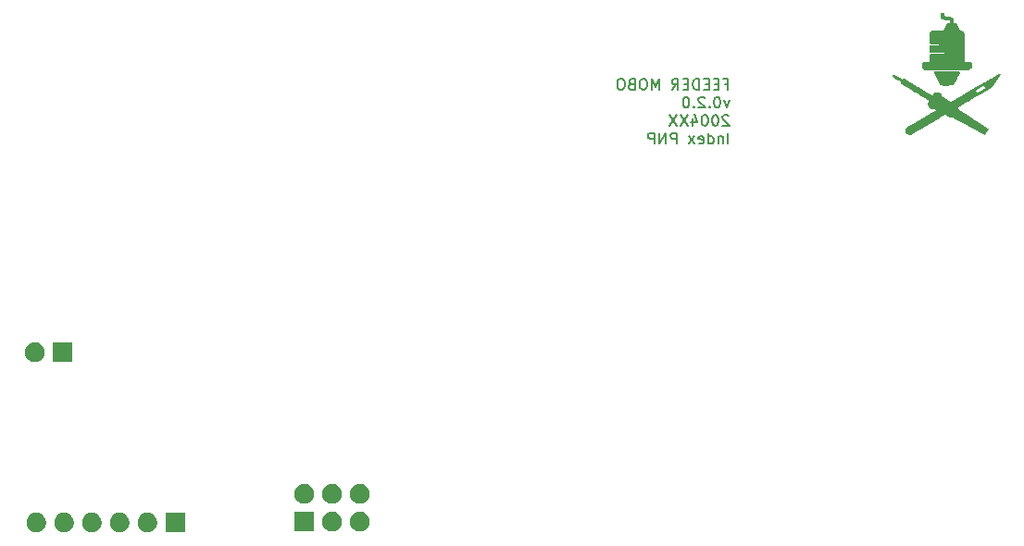
<source format=gbr>
G04 #@! TF.GenerationSoftware,KiCad,Pcbnew,(5.1.5-0-10_14)*
G04 #@! TF.CreationDate,2020-04-05T12:42:30-04:00*
G04 #@! TF.ProjectId,mobo,6d6f626f-2e6b-4696-9361-645f70636258,rev?*
G04 #@! TF.SameCoordinates,Original*
G04 #@! TF.FileFunction,Soldermask,Bot*
G04 #@! TF.FilePolarity,Negative*
%FSLAX46Y46*%
G04 Gerber Fmt 4.6, Leading zero omitted, Abs format (unit mm)*
G04 Created by KiCad (PCBNEW (5.1.5-0-10_14)) date 2020-04-05 12:42:30*
%MOMM*%
%LPD*%
G04 APERTURE LIST*
%ADD10C,0.150000*%
%ADD11C,0.010000*%
%ADD12C,0.100000*%
G04 APERTURE END LIST*
D10*
X194031071Y-130953571D02*
X194364404Y-130953571D01*
X194364404Y-131477380D02*
X194364404Y-130477380D01*
X193888214Y-130477380D01*
X193507261Y-130953571D02*
X193173928Y-130953571D01*
X193031071Y-131477380D02*
X193507261Y-131477380D01*
X193507261Y-130477380D01*
X193031071Y-130477380D01*
X192602500Y-130953571D02*
X192269166Y-130953571D01*
X192126309Y-131477380D02*
X192602500Y-131477380D01*
X192602500Y-130477380D01*
X192126309Y-130477380D01*
X191697738Y-131477380D02*
X191697738Y-130477380D01*
X191459642Y-130477380D01*
X191316785Y-130525000D01*
X191221547Y-130620238D01*
X191173928Y-130715476D01*
X191126309Y-130905952D01*
X191126309Y-131048809D01*
X191173928Y-131239285D01*
X191221547Y-131334523D01*
X191316785Y-131429761D01*
X191459642Y-131477380D01*
X191697738Y-131477380D01*
X190697738Y-130953571D02*
X190364404Y-130953571D01*
X190221547Y-131477380D02*
X190697738Y-131477380D01*
X190697738Y-130477380D01*
X190221547Y-130477380D01*
X189221547Y-131477380D02*
X189554880Y-131001190D01*
X189792976Y-131477380D02*
X189792976Y-130477380D01*
X189412023Y-130477380D01*
X189316785Y-130525000D01*
X189269166Y-130572619D01*
X189221547Y-130667857D01*
X189221547Y-130810714D01*
X189269166Y-130905952D01*
X189316785Y-130953571D01*
X189412023Y-131001190D01*
X189792976Y-131001190D01*
X188031071Y-131477380D02*
X188031071Y-130477380D01*
X187697738Y-131191666D01*
X187364404Y-130477380D01*
X187364404Y-131477380D01*
X186697738Y-130477380D02*
X186507261Y-130477380D01*
X186412023Y-130525000D01*
X186316785Y-130620238D01*
X186269166Y-130810714D01*
X186269166Y-131144047D01*
X186316785Y-131334523D01*
X186412023Y-131429761D01*
X186507261Y-131477380D01*
X186697738Y-131477380D01*
X186792976Y-131429761D01*
X186888214Y-131334523D01*
X186935833Y-131144047D01*
X186935833Y-130810714D01*
X186888214Y-130620238D01*
X186792976Y-130525000D01*
X186697738Y-130477380D01*
X185507261Y-130953571D02*
X185364404Y-131001190D01*
X185316785Y-131048809D01*
X185269166Y-131144047D01*
X185269166Y-131286904D01*
X185316785Y-131382142D01*
X185364404Y-131429761D01*
X185459642Y-131477380D01*
X185840595Y-131477380D01*
X185840595Y-130477380D01*
X185507261Y-130477380D01*
X185412023Y-130525000D01*
X185364404Y-130572619D01*
X185316785Y-130667857D01*
X185316785Y-130763095D01*
X185364404Y-130858333D01*
X185412023Y-130905952D01*
X185507261Y-130953571D01*
X185840595Y-130953571D01*
X184650119Y-130477380D02*
X184459642Y-130477380D01*
X184364404Y-130525000D01*
X184269166Y-130620238D01*
X184221547Y-130810714D01*
X184221547Y-131144047D01*
X184269166Y-131334523D01*
X184364404Y-131429761D01*
X184459642Y-131477380D01*
X184650119Y-131477380D01*
X184745357Y-131429761D01*
X184840595Y-131334523D01*
X184888214Y-131144047D01*
X184888214Y-130810714D01*
X184840595Y-130620238D01*
X184745357Y-130525000D01*
X184650119Y-130477380D01*
X194459642Y-132460714D02*
X194221547Y-133127380D01*
X193983452Y-132460714D01*
X193412023Y-132127380D02*
X193316785Y-132127380D01*
X193221547Y-132175000D01*
X193173928Y-132222619D01*
X193126309Y-132317857D01*
X193078690Y-132508333D01*
X193078690Y-132746428D01*
X193126309Y-132936904D01*
X193173928Y-133032142D01*
X193221547Y-133079761D01*
X193316785Y-133127380D01*
X193412023Y-133127380D01*
X193507261Y-133079761D01*
X193554880Y-133032142D01*
X193602500Y-132936904D01*
X193650119Y-132746428D01*
X193650119Y-132508333D01*
X193602500Y-132317857D01*
X193554880Y-132222619D01*
X193507261Y-132175000D01*
X193412023Y-132127380D01*
X192650119Y-133032142D02*
X192602500Y-133079761D01*
X192650119Y-133127380D01*
X192697738Y-133079761D01*
X192650119Y-133032142D01*
X192650119Y-133127380D01*
X192221547Y-132222619D02*
X192173928Y-132175000D01*
X192078690Y-132127380D01*
X191840595Y-132127380D01*
X191745357Y-132175000D01*
X191697738Y-132222619D01*
X191650119Y-132317857D01*
X191650119Y-132413095D01*
X191697738Y-132555952D01*
X192269166Y-133127380D01*
X191650119Y-133127380D01*
X191221547Y-133032142D02*
X191173928Y-133079761D01*
X191221547Y-133127380D01*
X191269166Y-133079761D01*
X191221547Y-133032142D01*
X191221547Y-133127380D01*
X190554880Y-132127380D02*
X190459642Y-132127380D01*
X190364404Y-132175000D01*
X190316785Y-132222619D01*
X190269166Y-132317857D01*
X190221547Y-132508333D01*
X190221547Y-132746428D01*
X190269166Y-132936904D01*
X190316785Y-133032142D01*
X190364404Y-133079761D01*
X190459642Y-133127380D01*
X190554880Y-133127380D01*
X190650119Y-133079761D01*
X190697738Y-133032142D01*
X190745357Y-132936904D01*
X190792976Y-132746428D01*
X190792976Y-132508333D01*
X190745357Y-132317857D01*
X190697738Y-132222619D01*
X190650119Y-132175000D01*
X190554880Y-132127380D01*
X194412023Y-133872619D02*
X194364404Y-133825000D01*
X194269166Y-133777380D01*
X194031071Y-133777380D01*
X193935833Y-133825000D01*
X193888214Y-133872619D01*
X193840595Y-133967857D01*
X193840595Y-134063095D01*
X193888214Y-134205952D01*
X194459642Y-134777380D01*
X193840595Y-134777380D01*
X193221547Y-133777380D02*
X193126309Y-133777380D01*
X193031071Y-133825000D01*
X192983452Y-133872619D01*
X192935833Y-133967857D01*
X192888214Y-134158333D01*
X192888214Y-134396428D01*
X192935833Y-134586904D01*
X192983452Y-134682142D01*
X193031071Y-134729761D01*
X193126309Y-134777380D01*
X193221547Y-134777380D01*
X193316785Y-134729761D01*
X193364404Y-134682142D01*
X193412023Y-134586904D01*
X193459642Y-134396428D01*
X193459642Y-134158333D01*
X193412023Y-133967857D01*
X193364404Y-133872619D01*
X193316785Y-133825000D01*
X193221547Y-133777380D01*
X192269166Y-133777380D02*
X192173928Y-133777380D01*
X192078690Y-133825000D01*
X192031071Y-133872619D01*
X191983452Y-133967857D01*
X191935833Y-134158333D01*
X191935833Y-134396428D01*
X191983452Y-134586904D01*
X192031071Y-134682142D01*
X192078690Y-134729761D01*
X192173928Y-134777380D01*
X192269166Y-134777380D01*
X192364404Y-134729761D01*
X192412023Y-134682142D01*
X192459642Y-134586904D01*
X192507261Y-134396428D01*
X192507261Y-134158333D01*
X192459642Y-133967857D01*
X192412023Y-133872619D01*
X192364404Y-133825000D01*
X192269166Y-133777380D01*
X191078690Y-134110714D02*
X191078690Y-134777380D01*
X191316785Y-133729761D02*
X191554880Y-134444047D01*
X190935833Y-134444047D01*
X190650119Y-133777380D02*
X189983452Y-134777380D01*
X189983452Y-133777380D02*
X190650119Y-134777380D01*
X189697738Y-133777380D02*
X189031071Y-134777380D01*
X189031071Y-133777380D02*
X189697738Y-134777380D01*
X194364404Y-136427380D02*
X194364404Y-135427380D01*
X193888214Y-135760714D02*
X193888214Y-136427380D01*
X193888214Y-135855952D02*
X193840595Y-135808333D01*
X193745357Y-135760714D01*
X193602500Y-135760714D01*
X193507261Y-135808333D01*
X193459642Y-135903571D01*
X193459642Y-136427380D01*
X192554880Y-136427380D02*
X192554880Y-135427380D01*
X192554880Y-136379761D02*
X192650119Y-136427380D01*
X192840595Y-136427380D01*
X192935833Y-136379761D01*
X192983452Y-136332142D01*
X193031071Y-136236904D01*
X193031071Y-135951190D01*
X192983452Y-135855952D01*
X192935833Y-135808333D01*
X192840595Y-135760714D01*
X192650119Y-135760714D01*
X192554880Y-135808333D01*
X191697738Y-136379761D02*
X191792976Y-136427380D01*
X191983452Y-136427380D01*
X192078690Y-136379761D01*
X192126309Y-136284523D01*
X192126309Y-135903571D01*
X192078690Y-135808333D01*
X191983452Y-135760714D01*
X191792976Y-135760714D01*
X191697738Y-135808333D01*
X191650119Y-135903571D01*
X191650119Y-135998809D01*
X192126309Y-136094047D01*
X191316785Y-136427380D02*
X190792976Y-135760714D01*
X191316785Y-135760714D02*
X190792976Y-136427380D01*
X189650119Y-136427380D02*
X189650119Y-135427380D01*
X189269166Y-135427380D01*
X189173928Y-135475000D01*
X189126309Y-135522619D01*
X189078690Y-135617857D01*
X189078690Y-135760714D01*
X189126309Y-135855952D01*
X189173928Y-135903571D01*
X189269166Y-135951190D01*
X189650119Y-135951190D01*
X188650119Y-136427380D02*
X188650119Y-135427380D01*
X188078690Y-136427380D01*
X188078690Y-135427380D01*
X187602500Y-136427380D02*
X187602500Y-135427380D01*
X187221547Y-135427380D01*
X187126309Y-135475000D01*
X187078690Y-135522619D01*
X187031071Y-135617857D01*
X187031071Y-135760714D01*
X187078690Y-135855952D01*
X187126309Y-135903571D01*
X187221547Y-135951190D01*
X187602500Y-135951190D01*
D11*
G36*
X213788636Y-124610437D02*
G01*
X213789540Y-124657260D01*
X213790549Y-124693370D01*
X213791854Y-124720751D01*
X213793641Y-124741391D01*
X213796100Y-124757275D01*
X213799420Y-124770389D01*
X213803788Y-124782719D01*
X213805367Y-124786650D01*
X213835535Y-124843905D01*
X213876149Y-124894652D01*
X213926343Y-124938156D01*
X213985250Y-124973681D01*
X214052005Y-125000493D01*
X214060346Y-125003044D01*
X214074171Y-125006900D01*
X214087992Y-125010037D01*
X214103372Y-125012562D01*
X214121876Y-125014582D01*
X214145068Y-125016202D01*
X214174511Y-125017530D01*
X214211771Y-125018670D01*
X214258412Y-125019731D01*
X214315997Y-125020817D01*
X214323825Y-125020956D01*
X214539725Y-125024775D01*
X214575947Y-125042561D01*
X214598325Y-125055386D01*
X214618276Y-125069922D01*
X214628334Y-125079561D01*
X214634092Y-125086757D01*
X214638289Y-125093964D01*
X214641172Y-125103211D01*
X214642988Y-125116526D01*
X214643984Y-125135939D01*
X214644405Y-125163480D01*
X214644499Y-125201177D01*
X214644500Y-125212587D01*
X214644500Y-125326400D01*
X214892150Y-125326400D01*
X214892150Y-125203909D01*
X214891308Y-125142464D01*
X214888342Y-125091579D01*
X214882591Y-125049197D01*
X214873397Y-125013262D01*
X214860099Y-124981719D01*
X214842038Y-124952511D01*
X214818553Y-124923582D01*
X214793894Y-124897736D01*
X214742253Y-124853943D01*
X214684293Y-124819795D01*
X214618041Y-124794147D01*
X214612647Y-124792523D01*
X214598815Y-124788679D01*
X214584954Y-124785550D01*
X214569500Y-124783030D01*
X214550888Y-124781012D01*
X214527554Y-124779391D01*
X214497935Y-124778060D01*
X214460466Y-124776912D01*
X214413584Y-124775842D01*
X214355724Y-124774744D01*
X214349225Y-124774627D01*
X214133325Y-124770775D01*
X214096965Y-124752919D01*
X214076538Y-124742564D01*
X214061171Y-124732987D01*
X214050143Y-124722250D01*
X214042734Y-124708415D01*
X214038226Y-124689541D01*
X214035897Y-124663692D01*
X214035029Y-124628927D01*
X214034900Y-124585768D01*
X214034900Y-124469150D01*
X213786194Y-124469150D01*
X213788636Y-124610437D01*
G37*
X213788636Y-124610437D02*
X213789540Y-124657260D01*
X213790549Y-124693370D01*
X213791854Y-124720751D01*
X213793641Y-124741391D01*
X213796100Y-124757275D01*
X213799420Y-124770389D01*
X213803788Y-124782719D01*
X213805367Y-124786650D01*
X213835535Y-124843905D01*
X213876149Y-124894652D01*
X213926343Y-124938156D01*
X213985250Y-124973681D01*
X214052005Y-125000493D01*
X214060346Y-125003044D01*
X214074171Y-125006900D01*
X214087992Y-125010037D01*
X214103372Y-125012562D01*
X214121876Y-125014582D01*
X214145068Y-125016202D01*
X214174511Y-125017530D01*
X214211771Y-125018670D01*
X214258412Y-125019731D01*
X214315997Y-125020817D01*
X214323825Y-125020956D01*
X214539725Y-125024775D01*
X214575947Y-125042561D01*
X214598325Y-125055386D01*
X214618276Y-125069922D01*
X214628334Y-125079561D01*
X214634092Y-125086757D01*
X214638289Y-125093964D01*
X214641172Y-125103211D01*
X214642988Y-125116526D01*
X214643984Y-125135939D01*
X214644405Y-125163480D01*
X214644499Y-125201177D01*
X214644500Y-125212587D01*
X214644500Y-125326400D01*
X214892150Y-125326400D01*
X214892150Y-125203909D01*
X214891308Y-125142464D01*
X214888342Y-125091579D01*
X214882591Y-125049197D01*
X214873397Y-125013262D01*
X214860099Y-124981719D01*
X214842038Y-124952511D01*
X214818553Y-124923582D01*
X214793894Y-124897736D01*
X214742253Y-124853943D01*
X214684293Y-124819795D01*
X214618041Y-124794147D01*
X214612647Y-124792523D01*
X214598815Y-124788679D01*
X214584954Y-124785550D01*
X214569500Y-124783030D01*
X214550888Y-124781012D01*
X214527554Y-124779391D01*
X214497935Y-124778060D01*
X214460466Y-124776912D01*
X214413584Y-124775842D01*
X214355724Y-124774744D01*
X214349225Y-124774627D01*
X214133325Y-124770775D01*
X214096965Y-124752919D01*
X214076538Y-124742564D01*
X214061171Y-124732987D01*
X214050143Y-124722250D01*
X214042734Y-124708415D01*
X214038226Y-124689541D01*
X214035897Y-124663692D01*
X214035029Y-124628927D01*
X214034900Y-124585768D01*
X214034900Y-124469150D01*
X213786194Y-124469150D01*
X213788636Y-124610437D01*
G36*
X214783239Y-125415427D02*
G01*
X214762765Y-125415439D01*
X214689157Y-125415492D01*
X214627150Y-125415607D01*
X214575645Y-125415824D01*
X214533543Y-125416179D01*
X214499744Y-125416709D01*
X214473151Y-125417453D01*
X214452663Y-125418448D01*
X214437183Y-125419731D01*
X214425610Y-125421340D01*
X214416846Y-125423313D01*
X214409792Y-125425686D01*
X214405180Y-125427653D01*
X214387968Y-125437661D01*
X214371572Y-125452380D01*
X214354837Y-125473376D01*
X214336608Y-125502214D01*
X214315732Y-125540460D01*
X214301891Y-125567700D01*
X214283968Y-125603347D01*
X214262888Y-125644816D01*
X214241416Y-125686693D01*
X214224119Y-125720100D01*
X214204226Y-125758290D01*
X214181776Y-125801402D01*
X214159708Y-125843795D01*
X214143119Y-125875675D01*
X214125186Y-125909987D01*
X214106217Y-125946017D01*
X214088555Y-125979331D01*
X214075329Y-126004035D01*
X214047182Y-126056196D01*
X213566379Y-126058010D01*
X213085575Y-126059825D01*
X213044300Y-126074544D01*
X213015709Y-126086687D01*
X212985189Y-126102594D01*
X212966314Y-126114231D01*
X212947401Y-126126656D01*
X212932560Y-126135598D01*
X212924891Y-126139193D01*
X212924773Y-126139200D01*
X212918105Y-126143479D01*
X212906129Y-126154263D01*
X212891869Y-126168465D01*
X212878344Y-126183003D01*
X212868578Y-126194791D01*
X212865674Y-126199525D01*
X212861111Y-126207734D01*
X212851468Y-126223011D01*
X212839503Y-126241048D01*
X212823845Y-126267013D01*
X212808965Y-126296302D01*
X212801403Y-126314073D01*
X212798496Y-126321973D01*
X212796010Y-126329761D01*
X212793906Y-126338453D01*
X212792150Y-126349066D01*
X212790703Y-126362617D01*
X212789530Y-126380122D01*
X212788593Y-126402599D01*
X212787856Y-126431064D01*
X212787282Y-126466534D01*
X212786834Y-126510026D01*
X212786476Y-126562556D01*
X212786171Y-126625142D01*
X212785882Y-126698800D01*
X212785700Y-126748800D01*
X212784275Y-127145675D01*
X212798400Y-127174109D01*
X212810918Y-127194118D01*
X212827719Y-127209148D01*
X212846588Y-127220146D01*
X212880651Y-127237750D01*
X213218063Y-127237785D01*
X213296849Y-127237918D01*
X213367406Y-127238294D01*
X213429057Y-127238898D01*
X213481125Y-127239720D01*
X213522933Y-127240746D01*
X213553804Y-127241965D01*
X213573060Y-127243365D01*
X213578766Y-127244289D01*
X213598436Y-127253681D01*
X213617753Y-127268945D01*
X213621628Y-127273050D01*
X213634438Y-127290349D01*
X213640111Y-127307605D01*
X213641200Y-127326496D01*
X213639986Y-127345381D01*
X213636896Y-127358524D01*
X213634747Y-127361639D01*
X213630743Y-127368713D01*
X213631422Y-127370690D01*
X213629741Y-127378231D01*
X213623588Y-127385310D01*
X213617002Y-127390964D01*
X213610549Y-127395774D01*
X213603193Y-127399818D01*
X213593896Y-127403174D01*
X213581623Y-127405921D01*
X213565336Y-127408135D01*
X213543998Y-127409895D01*
X213516573Y-127411279D01*
X213482024Y-127412364D01*
X213439314Y-127413229D01*
X213387407Y-127413950D01*
X213325266Y-127414607D01*
X213251853Y-127415277D01*
X213220969Y-127415550D01*
X213144271Y-127416238D01*
X213079250Y-127416870D01*
X213024884Y-127417489D01*
X212980151Y-127418141D01*
X212944028Y-127418869D01*
X212915493Y-127419716D01*
X212893524Y-127420728D01*
X212877098Y-127421949D01*
X212865193Y-127423422D01*
X212856787Y-127425191D01*
X212850857Y-127427301D01*
X212846381Y-127429796D01*
X212843512Y-127431835D01*
X212828454Y-127445131D01*
X212811782Y-127462715D01*
X212806543Y-127468928D01*
X212787125Y-127492910D01*
X212785512Y-127712992D01*
X212785099Y-127771654D01*
X212784858Y-127819005D01*
X212784861Y-127856436D01*
X212785181Y-127885335D01*
X212785889Y-127907092D01*
X212787058Y-127923096D01*
X212788761Y-127934738D01*
X212791068Y-127943405D01*
X212794054Y-127950488D01*
X212797790Y-127957376D01*
X212798266Y-127958210D01*
X212812514Y-127977289D01*
X212831734Y-127996154D01*
X212840110Y-128002660D01*
X212867587Y-128021975D01*
X213471881Y-128025150D01*
X213573682Y-128025699D01*
X213663556Y-128026222D01*
X213742278Y-128026737D01*
X213810621Y-128027262D01*
X213869359Y-128027812D01*
X213919265Y-128028406D01*
X213961114Y-128029061D01*
X213995678Y-128029793D01*
X214023733Y-128030620D01*
X214046051Y-128031560D01*
X214063406Y-128032629D01*
X214076571Y-128033845D01*
X214086322Y-128035225D01*
X214093430Y-128036786D01*
X214098670Y-128038545D01*
X214100028Y-128039130D01*
X214118702Y-128051291D01*
X214129982Y-128066003D01*
X214130191Y-128066531D01*
X214134231Y-128085385D01*
X214136131Y-128111658D01*
X214135896Y-128140252D01*
X214133531Y-128166069D01*
X214130084Y-128181364D01*
X214123668Y-128199775D01*
X213506197Y-128199775D01*
X213418378Y-128199824D01*
X213333929Y-128199969D01*
X213253747Y-128200202D01*
X213178726Y-128200516D01*
X213109761Y-128200904D01*
X213047748Y-128201359D01*
X212993582Y-128201875D01*
X212948157Y-128202444D01*
X212912371Y-128203059D01*
X212887116Y-128203714D01*
X212873290Y-128204401D01*
X212871103Y-128204698D01*
X212852025Y-128214149D01*
X212830425Y-128230835D01*
X212810277Y-128251082D01*
X212795558Y-128271213D01*
X212792505Y-128277358D01*
X212790229Y-128289251D01*
X212788273Y-128312213D01*
X212786635Y-128344615D01*
X212785315Y-128384831D01*
X212784314Y-128431234D01*
X212783631Y-128482195D01*
X212783267Y-128536087D01*
X212783220Y-128591283D01*
X212783492Y-128646155D01*
X212784081Y-128699077D01*
X212784988Y-128748419D01*
X212786213Y-128792556D01*
X212787756Y-128829859D01*
X212789616Y-128858701D01*
X212791793Y-128877454D01*
X212792545Y-128881016D01*
X212801140Y-128914150D01*
X212581154Y-128914150D01*
X212516582Y-128914239D01*
X212463217Y-128914627D01*
X212419570Y-128915493D01*
X212384149Y-128917017D01*
X212355463Y-128919378D01*
X212332021Y-128922756D01*
X212312333Y-128927330D01*
X212294906Y-128933280D01*
X212278250Y-128940786D01*
X212260873Y-128950027D01*
X212254787Y-128953454D01*
X212233656Y-128965445D01*
X212215402Y-128975801D01*
X212205057Y-128981668D01*
X212186860Y-128994965D01*
X212166567Y-129014079D01*
X212148619Y-129034484D01*
X212138546Y-129049425D01*
X212127705Y-129066550D01*
X212117325Y-129079125D01*
X212109357Y-129090853D01*
X212099525Y-129110585D01*
X212089846Y-129134235D01*
X212089088Y-129136316D01*
X212081667Y-129158675D01*
X212076875Y-129178962D01*
X212074177Y-129201123D01*
X212073038Y-129229104D01*
X212072884Y-129255840D01*
X212075625Y-129312504D01*
X212084232Y-129360752D01*
X212099617Y-129403863D01*
X212122691Y-129445114D01*
X212127534Y-129452308D01*
X212143035Y-129472501D01*
X212161875Y-129493690D01*
X212181669Y-129513579D01*
X212200031Y-129529868D01*
X212214575Y-129540259D01*
X212221465Y-129542800D01*
X212231295Y-129546804D01*
X212242888Y-129555640D01*
X212256115Y-129564505D01*
X212276667Y-129574658D01*
X212296473Y-129582556D01*
X212336275Y-129596632D01*
X214323825Y-129597781D01*
X214519522Y-129597885D01*
X214702879Y-129597963D01*
X214874257Y-129598012D01*
X215034016Y-129598033D01*
X215182517Y-129598024D01*
X215320119Y-129597983D01*
X215447184Y-129597909D01*
X215564072Y-129597802D01*
X215671143Y-129597660D01*
X215768758Y-129597481D01*
X215857276Y-129597265D01*
X215937059Y-129597011D01*
X216008467Y-129596716D01*
X216071860Y-129596380D01*
X216127598Y-129596002D01*
X216176043Y-129595580D01*
X216217553Y-129595113D01*
X216252491Y-129594601D01*
X216281216Y-129594041D01*
X216304088Y-129593432D01*
X216321468Y-129592774D01*
X216333716Y-129592065D01*
X216341193Y-129591304D01*
X216343125Y-129590937D01*
X216404339Y-129569309D01*
X216461520Y-129536946D01*
X216509813Y-129497245D01*
X216526071Y-129480131D01*
X216537939Y-129465590D01*
X216543093Y-129456502D01*
X216543150Y-129455952D01*
X216546971Y-129448249D01*
X216549500Y-129447550D01*
X216555247Y-129442457D01*
X216555850Y-129438704D01*
X216560959Y-129428832D01*
X216565072Y-129426320D01*
X216570984Y-129418999D01*
X216578937Y-129402443D01*
X216587574Y-129379653D01*
X216591148Y-129368723D01*
X216598595Y-129343412D01*
X216603303Y-129322262D01*
X216605734Y-129301131D01*
X216606351Y-129275878D01*
X216605615Y-129242363D01*
X216605532Y-129239820D01*
X216604081Y-129205814D01*
X216601905Y-129180854D01*
X216598341Y-129161288D01*
X216592721Y-129143462D01*
X216584380Y-129123723D01*
X216584370Y-129123700D01*
X216572753Y-129100328D01*
X216560658Y-129079582D01*
X216551239Y-129066614D01*
X216541346Y-129053956D01*
X216536829Y-129044573D01*
X216536800Y-129044124D01*
X216532270Y-129036138D01*
X216520599Y-129023083D01*
X216504672Y-129007692D01*
X216487369Y-128992697D01*
X216471575Y-128980828D01*
X216466950Y-128977926D01*
X216417046Y-128950825D01*
X216374738Y-128931820D01*
X216341225Y-128921352D01*
X216323867Y-128919147D01*
X216294573Y-128917316D01*
X216254105Y-128915881D01*
X216203221Y-128914862D01*
X216142683Y-128914283D01*
X216091309Y-128914150D01*
X216033183Y-128914117D01*
X215986537Y-128913976D01*
X215950149Y-128913663D01*
X215922799Y-128913114D01*
X215903265Y-128912265D01*
X215890328Y-128911052D01*
X215882766Y-128909410D01*
X215879359Y-128907277D01*
X215878885Y-128904587D01*
X215879358Y-128903037D01*
X215881289Y-128897276D01*
X215883059Y-128890001D01*
X215884676Y-128880682D01*
X215886145Y-128868791D01*
X215887472Y-128853798D01*
X215888662Y-128835175D01*
X215889722Y-128812391D01*
X215890658Y-128784919D01*
X215891475Y-128752229D01*
X215892180Y-128713791D01*
X215892777Y-128669077D01*
X215893274Y-128617558D01*
X215893676Y-128558704D01*
X215893989Y-128491987D01*
X215894218Y-128416877D01*
X215894370Y-128332844D01*
X215894451Y-128239361D01*
X215894466Y-128135898D01*
X215894421Y-128021925D01*
X215894322Y-127896914D01*
X215894175Y-127760335D01*
X215893987Y-127611660D01*
X215893957Y-127589818D01*
X215892275Y-126351925D01*
X215875185Y-126309295D01*
X215861972Y-126280953D01*
X215845284Y-126251288D01*
X215832323Y-126231778D01*
X215819353Y-126213486D01*
X215810096Y-126199028D01*
X215806551Y-126191525D01*
X215806550Y-126191516D01*
X215802274Y-126184191D01*
X215791862Y-126172337D01*
X215778937Y-126159549D01*
X215767125Y-126149425D01*
X215760225Y-126145550D01*
X215753034Y-126142139D01*
X215739011Y-126133313D01*
X215725603Y-126124085D01*
X215667547Y-126089716D01*
X215606945Y-126067635D01*
X215542836Y-126057526D01*
X215519641Y-126056760D01*
X215498549Y-126056038D01*
X215486768Y-126053298D01*
X215480943Y-126047425D01*
X215479354Y-126043409D01*
X215474876Y-126033109D01*
X215465550Y-126014159D01*
X215452637Y-125989044D01*
X215437395Y-125960248D01*
X215433453Y-125952922D01*
X215413504Y-125915609D01*
X215391374Y-125873648D01*
X215369973Y-125832584D01*
X215354591Y-125802650D01*
X215336702Y-125767790D01*
X215315458Y-125726846D01*
X215293518Y-125684917D01*
X215273541Y-125647106D01*
X215273524Y-125647075D01*
X215255157Y-125612318D01*
X215236365Y-125576377D01*
X215219193Y-125543185D01*
X215205684Y-125516676D01*
X215204142Y-125513602D01*
X215194194Y-125493512D01*
X215185309Y-125476359D01*
X215176446Y-125461911D01*
X215166567Y-125449937D01*
X215154633Y-125440206D01*
X215139604Y-125432487D01*
X215120440Y-125426549D01*
X215096103Y-125422160D01*
X215065553Y-125419090D01*
X215027752Y-125417107D01*
X214981659Y-125415981D01*
X214926235Y-125415479D01*
X214860442Y-125415372D01*
X214783239Y-125415427D01*
G37*
X214783239Y-125415427D02*
X214762765Y-125415439D01*
X214689157Y-125415492D01*
X214627150Y-125415607D01*
X214575645Y-125415824D01*
X214533543Y-125416179D01*
X214499744Y-125416709D01*
X214473151Y-125417453D01*
X214452663Y-125418448D01*
X214437183Y-125419731D01*
X214425610Y-125421340D01*
X214416846Y-125423313D01*
X214409792Y-125425686D01*
X214405180Y-125427653D01*
X214387968Y-125437661D01*
X214371572Y-125452380D01*
X214354837Y-125473376D01*
X214336608Y-125502214D01*
X214315732Y-125540460D01*
X214301891Y-125567700D01*
X214283968Y-125603347D01*
X214262888Y-125644816D01*
X214241416Y-125686693D01*
X214224119Y-125720100D01*
X214204226Y-125758290D01*
X214181776Y-125801402D01*
X214159708Y-125843795D01*
X214143119Y-125875675D01*
X214125186Y-125909987D01*
X214106217Y-125946017D01*
X214088555Y-125979331D01*
X214075329Y-126004035D01*
X214047182Y-126056196D01*
X213566379Y-126058010D01*
X213085575Y-126059825D01*
X213044300Y-126074544D01*
X213015709Y-126086687D01*
X212985189Y-126102594D01*
X212966314Y-126114231D01*
X212947401Y-126126656D01*
X212932560Y-126135598D01*
X212924891Y-126139193D01*
X212924773Y-126139200D01*
X212918105Y-126143479D01*
X212906129Y-126154263D01*
X212891869Y-126168465D01*
X212878344Y-126183003D01*
X212868578Y-126194791D01*
X212865674Y-126199525D01*
X212861111Y-126207734D01*
X212851468Y-126223011D01*
X212839503Y-126241048D01*
X212823845Y-126267013D01*
X212808965Y-126296302D01*
X212801403Y-126314073D01*
X212798496Y-126321973D01*
X212796010Y-126329761D01*
X212793906Y-126338453D01*
X212792150Y-126349066D01*
X212790703Y-126362617D01*
X212789530Y-126380122D01*
X212788593Y-126402599D01*
X212787856Y-126431064D01*
X212787282Y-126466534D01*
X212786834Y-126510026D01*
X212786476Y-126562556D01*
X212786171Y-126625142D01*
X212785882Y-126698800D01*
X212785700Y-126748800D01*
X212784275Y-127145675D01*
X212798400Y-127174109D01*
X212810918Y-127194118D01*
X212827719Y-127209148D01*
X212846588Y-127220146D01*
X212880651Y-127237750D01*
X213218063Y-127237785D01*
X213296849Y-127237918D01*
X213367406Y-127238294D01*
X213429057Y-127238898D01*
X213481125Y-127239720D01*
X213522933Y-127240746D01*
X213553804Y-127241965D01*
X213573060Y-127243365D01*
X213578766Y-127244289D01*
X213598436Y-127253681D01*
X213617753Y-127268945D01*
X213621628Y-127273050D01*
X213634438Y-127290349D01*
X213640111Y-127307605D01*
X213641200Y-127326496D01*
X213639986Y-127345381D01*
X213636896Y-127358524D01*
X213634747Y-127361639D01*
X213630743Y-127368713D01*
X213631422Y-127370690D01*
X213629741Y-127378231D01*
X213623588Y-127385310D01*
X213617002Y-127390964D01*
X213610549Y-127395774D01*
X213603193Y-127399818D01*
X213593896Y-127403174D01*
X213581623Y-127405921D01*
X213565336Y-127408135D01*
X213543998Y-127409895D01*
X213516573Y-127411279D01*
X213482024Y-127412364D01*
X213439314Y-127413229D01*
X213387407Y-127413950D01*
X213325266Y-127414607D01*
X213251853Y-127415277D01*
X213220969Y-127415550D01*
X213144271Y-127416238D01*
X213079250Y-127416870D01*
X213024884Y-127417489D01*
X212980151Y-127418141D01*
X212944028Y-127418869D01*
X212915493Y-127419716D01*
X212893524Y-127420728D01*
X212877098Y-127421949D01*
X212865193Y-127423422D01*
X212856787Y-127425191D01*
X212850857Y-127427301D01*
X212846381Y-127429796D01*
X212843512Y-127431835D01*
X212828454Y-127445131D01*
X212811782Y-127462715D01*
X212806543Y-127468928D01*
X212787125Y-127492910D01*
X212785512Y-127712992D01*
X212785099Y-127771654D01*
X212784858Y-127819005D01*
X212784861Y-127856436D01*
X212785181Y-127885335D01*
X212785889Y-127907092D01*
X212787058Y-127923096D01*
X212788761Y-127934738D01*
X212791068Y-127943405D01*
X212794054Y-127950488D01*
X212797790Y-127957376D01*
X212798266Y-127958210D01*
X212812514Y-127977289D01*
X212831734Y-127996154D01*
X212840110Y-128002660D01*
X212867587Y-128021975D01*
X213471881Y-128025150D01*
X213573682Y-128025699D01*
X213663556Y-128026222D01*
X213742278Y-128026737D01*
X213810621Y-128027262D01*
X213869359Y-128027812D01*
X213919265Y-128028406D01*
X213961114Y-128029061D01*
X213995678Y-128029793D01*
X214023733Y-128030620D01*
X214046051Y-128031560D01*
X214063406Y-128032629D01*
X214076571Y-128033845D01*
X214086322Y-128035225D01*
X214093430Y-128036786D01*
X214098670Y-128038545D01*
X214100028Y-128039130D01*
X214118702Y-128051291D01*
X214129982Y-128066003D01*
X214130191Y-128066531D01*
X214134231Y-128085385D01*
X214136131Y-128111658D01*
X214135896Y-128140252D01*
X214133531Y-128166069D01*
X214130084Y-128181364D01*
X214123668Y-128199775D01*
X213506197Y-128199775D01*
X213418378Y-128199824D01*
X213333929Y-128199969D01*
X213253747Y-128200202D01*
X213178726Y-128200516D01*
X213109761Y-128200904D01*
X213047748Y-128201359D01*
X212993582Y-128201875D01*
X212948157Y-128202444D01*
X212912371Y-128203059D01*
X212887116Y-128203714D01*
X212873290Y-128204401D01*
X212871103Y-128204698D01*
X212852025Y-128214149D01*
X212830425Y-128230835D01*
X212810277Y-128251082D01*
X212795558Y-128271213D01*
X212792505Y-128277358D01*
X212790229Y-128289251D01*
X212788273Y-128312213D01*
X212786635Y-128344615D01*
X212785315Y-128384831D01*
X212784314Y-128431234D01*
X212783631Y-128482195D01*
X212783267Y-128536087D01*
X212783220Y-128591283D01*
X212783492Y-128646155D01*
X212784081Y-128699077D01*
X212784988Y-128748419D01*
X212786213Y-128792556D01*
X212787756Y-128829859D01*
X212789616Y-128858701D01*
X212791793Y-128877454D01*
X212792545Y-128881016D01*
X212801140Y-128914150D01*
X212581154Y-128914150D01*
X212516582Y-128914239D01*
X212463217Y-128914627D01*
X212419570Y-128915493D01*
X212384149Y-128917017D01*
X212355463Y-128919378D01*
X212332021Y-128922756D01*
X212312333Y-128927330D01*
X212294906Y-128933280D01*
X212278250Y-128940786D01*
X212260873Y-128950027D01*
X212254787Y-128953454D01*
X212233656Y-128965445D01*
X212215402Y-128975801D01*
X212205057Y-128981668D01*
X212186860Y-128994965D01*
X212166567Y-129014079D01*
X212148619Y-129034484D01*
X212138546Y-129049425D01*
X212127705Y-129066550D01*
X212117325Y-129079125D01*
X212109357Y-129090853D01*
X212099525Y-129110585D01*
X212089846Y-129134235D01*
X212089088Y-129136316D01*
X212081667Y-129158675D01*
X212076875Y-129178962D01*
X212074177Y-129201123D01*
X212073038Y-129229104D01*
X212072884Y-129255840D01*
X212075625Y-129312504D01*
X212084232Y-129360752D01*
X212099617Y-129403863D01*
X212122691Y-129445114D01*
X212127534Y-129452308D01*
X212143035Y-129472501D01*
X212161875Y-129493690D01*
X212181669Y-129513579D01*
X212200031Y-129529868D01*
X212214575Y-129540259D01*
X212221465Y-129542800D01*
X212231295Y-129546804D01*
X212242888Y-129555640D01*
X212256115Y-129564505D01*
X212276667Y-129574658D01*
X212296473Y-129582556D01*
X212336275Y-129596632D01*
X214323825Y-129597781D01*
X214519522Y-129597885D01*
X214702879Y-129597963D01*
X214874257Y-129598012D01*
X215034016Y-129598033D01*
X215182517Y-129598024D01*
X215320119Y-129597983D01*
X215447184Y-129597909D01*
X215564072Y-129597802D01*
X215671143Y-129597660D01*
X215768758Y-129597481D01*
X215857276Y-129597265D01*
X215937059Y-129597011D01*
X216008467Y-129596716D01*
X216071860Y-129596380D01*
X216127598Y-129596002D01*
X216176043Y-129595580D01*
X216217553Y-129595113D01*
X216252491Y-129594601D01*
X216281216Y-129594041D01*
X216304088Y-129593432D01*
X216321468Y-129592774D01*
X216333716Y-129592065D01*
X216341193Y-129591304D01*
X216343125Y-129590937D01*
X216404339Y-129569309D01*
X216461520Y-129536946D01*
X216509813Y-129497245D01*
X216526071Y-129480131D01*
X216537939Y-129465590D01*
X216543093Y-129456502D01*
X216543150Y-129455952D01*
X216546971Y-129448249D01*
X216549500Y-129447550D01*
X216555247Y-129442457D01*
X216555850Y-129438704D01*
X216560959Y-129428832D01*
X216565072Y-129426320D01*
X216570984Y-129418999D01*
X216578937Y-129402443D01*
X216587574Y-129379653D01*
X216591148Y-129368723D01*
X216598595Y-129343412D01*
X216603303Y-129322262D01*
X216605734Y-129301131D01*
X216606351Y-129275878D01*
X216605615Y-129242363D01*
X216605532Y-129239820D01*
X216604081Y-129205814D01*
X216601905Y-129180854D01*
X216598341Y-129161288D01*
X216592721Y-129143462D01*
X216584380Y-129123723D01*
X216584370Y-129123700D01*
X216572753Y-129100328D01*
X216560658Y-129079582D01*
X216551239Y-129066614D01*
X216541346Y-129053956D01*
X216536829Y-129044573D01*
X216536800Y-129044124D01*
X216532270Y-129036138D01*
X216520599Y-129023083D01*
X216504672Y-129007692D01*
X216487369Y-128992697D01*
X216471575Y-128980828D01*
X216466950Y-128977926D01*
X216417046Y-128950825D01*
X216374738Y-128931820D01*
X216341225Y-128921352D01*
X216323867Y-128919147D01*
X216294573Y-128917316D01*
X216254105Y-128915881D01*
X216203221Y-128914862D01*
X216142683Y-128914283D01*
X216091309Y-128914150D01*
X216033183Y-128914117D01*
X215986537Y-128913976D01*
X215950149Y-128913663D01*
X215922799Y-128913114D01*
X215903265Y-128912265D01*
X215890328Y-128911052D01*
X215882766Y-128909410D01*
X215879359Y-128907277D01*
X215878885Y-128904587D01*
X215879358Y-128903037D01*
X215881289Y-128897276D01*
X215883059Y-128890001D01*
X215884676Y-128880682D01*
X215886145Y-128868791D01*
X215887472Y-128853798D01*
X215888662Y-128835175D01*
X215889722Y-128812391D01*
X215890658Y-128784919D01*
X215891475Y-128752229D01*
X215892180Y-128713791D01*
X215892777Y-128669077D01*
X215893274Y-128617558D01*
X215893676Y-128558704D01*
X215893989Y-128491987D01*
X215894218Y-128416877D01*
X215894370Y-128332844D01*
X215894451Y-128239361D01*
X215894466Y-128135898D01*
X215894421Y-128021925D01*
X215894322Y-127896914D01*
X215894175Y-127760335D01*
X215893987Y-127611660D01*
X215893957Y-127589818D01*
X215892275Y-126351925D01*
X215875185Y-126309295D01*
X215861972Y-126280953D01*
X215845284Y-126251288D01*
X215832323Y-126231778D01*
X215819353Y-126213486D01*
X215810096Y-126199028D01*
X215806551Y-126191525D01*
X215806550Y-126191516D01*
X215802274Y-126184191D01*
X215791862Y-126172337D01*
X215778937Y-126159549D01*
X215767125Y-126149425D01*
X215760225Y-126145550D01*
X215753034Y-126142139D01*
X215739011Y-126133313D01*
X215725603Y-126124085D01*
X215667547Y-126089716D01*
X215606945Y-126067635D01*
X215542836Y-126057526D01*
X215519641Y-126056760D01*
X215498549Y-126056038D01*
X215486768Y-126053298D01*
X215480943Y-126047425D01*
X215479354Y-126043409D01*
X215474876Y-126033109D01*
X215465550Y-126014159D01*
X215452637Y-125989044D01*
X215437395Y-125960248D01*
X215433453Y-125952922D01*
X215413504Y-125915609D01*
X215391374Y-125873648D01*
X215369973Y-125832584D01*
X215354591Y-125802650D01*
X215336702Y-125767790D01*
X215315458Y-125726846D01*
X215293518Y-125684917D01*
X215273541Y-125647106D01*
X215273524Y-125647075D01*
X215255157Y-125612318D01*
X215236365Y-125576377D01*
X215219193Y-125543185D01*
X215205684Y-125516676D01*
X215204142Y-125513602D01*
X215194194Y-125493512D01*
X215185309Y-125476359D01*
X215176446Y-125461911D01*
X215166567Y-125449937D01*
X215154633Y-125440206D01*
X215139604Y-125432487D01*
X215120440Y-125426549D01*
X215096103Y-125422160D01*
X215065553Y-125419090D01*
X215027752Y-125417107D01*
X214981659Y-125415981D01*
X214926235Y-125415479D01*
X214860442Y-125415372D01*
X214783239Y-125415427D01*
G36*
X213272900Y-129790922D02*
G01*
X213249040Y-129808828D01*
X213231729Y-129833168D01*
X213228978Y-129838547D01*
X213217479Y-129868144D01*
X213213517Y-129896913D01*
X213217320Y-129927696D01*
X213229118Y-129963337D01*
X213241191Y-129990475D01*
X213253156Y-130014987D01*
X213263420Y-130034923D01*
X213270600Y-130047653D01*
X213272932Y-130050800D01*
X213277227Y-130057373D01*
X213285903Y-130073217D01*
X213297818Y-130096166D01*
X213311831Y-130124055D01*
X213316415Y-130133350D01*
X213331172Y-130162953D01*
X213344510Y-130188890D01*
X213355179Y-130208787D01*
X213361928Y-130220268D01*
X213362927Y-130221631D01*
X213368432Y-130230341D01*
X213378327Y-130248081D01*
X213391347Y-130272509D01*
X213406228Y-130301284D01*
X213410926Y-130310531D01*
X213430334Y-130348658D01*
X213452823Y-130392461D01*
X213475532Y-130436387D01*
X213494653Y-130473075D01*
X213557434Y-130593304D01*
X213620335Y-130714589D01*
X213661145Y-130793750D01*
X213679964Y-130829910D01*
X213700639Y-130868919D01*
X213720604Y-130905974D01*
X213736615Y-130935060D01*
X213744712Y-130950269D01*
X213751453Y-130963618D01*
X213757671Y-130975226D01*
X213764199Y-130985214D01*
X213771869Y-130993701D01*
X213781516Y-131000806D01*
X213793972Y-131006649D01*
X213810070Y-131011349D01*
X213830644Y-131015026D01*
X213856527Y-131017801D01*
X213888552Y-131019791D01*
X213927551Y-131021117D01*
X213974359Y-131021898D01*
X214029808Y-131022255D01*
X214094732Y-131022306D01*
X214169963Y-131022171D01*
X214256335Y-131021970D01*
X214341219Y-131021834D01*
X214442268Y-131021679D01*
X214531165Y-131021424D01*
X214608456Y-131021060D01*
X214674687Y-131020579D01*
X214730407Y-131019973D01*
X214776161Y-131019235D01*
X214812497Y-131018355D01*
X214839962Y-131017325D01*
X214859102Y-131016138D01*
X214870464Y-131014786D01*
X214873764Y-131013896D01*
X214890202Y-131005060D01*
X214900899Y-130997637D01*
X214909762Y-130986757D01*
X214923951Y-130964501D01*
X214943398Y-130930989D01*
X214968034Y-130886344D01*
X214997791Y-130830686D01*
X215032062Y-130765175D01*
X215052686Y-130725428D01*
X215074722Y-130682986D01*
X215096109Y-130641816D01*
X215114787Y-130605885D01*
X215122765Y-130590550D01*
X215141873Y-130553820D01*
X215163384Y-130512449D01*
X215184250Y-130472301D01*
X215197043Y-130447675D01*
X215213855Y-130415312D01*
X215234181Y-130376205D01*
X215255671Y-130334873D01*
X215275974Y-130295836D01*
X215279570Y-130288925D01*
X215299517Y-130250451D01*
X215321202Y-130208400D01*
X215342225Y-130167440D01*
X215360184Y-130132242D01*
X215362844Y-130127000D01*
X215377327Y-130098815D01*
X215390224Y-130074424D01*
X215400224Y-130056255D01*
X215406017Y-130046739D01*
X215406358Y-130046305D01*
X215412216Y-130035914D01*
X215412850Y-130032547D01*
X215416896Y-130024729D01*
X215417613Y-130024341D01*
X215422477Y-130017969D01*
X215430955Y-130003079D01*
X215441346Y-129982688D01*
X215443013Y-129979242D01*
X215459369Y-129935319D01*
X215464087Y-129895177D01*
X215457212Y-129857614D01*
X215448163Y-129836975D01*
X215437824Y-129819596D01*
X215426507Y-129806838D01*
X215410598Y-129795476D01*
X215387450Y-129782785D01*
X215383211Y-129781684D01*
X215374599Y-129780681D01*
X215361103Y-129779771D01*
X215342209Y-129778950D01*
X215317406Y-129778214D01*
X215286181Y-129777560D01*
X215248021Y-129776982D01*
X215202414Y-129776478D01*
X215148848Y-129776044D01*
X215086809Y-129775674D01*
X215015785Y-129775365D01*
X214935265Y-129775114D01*
X214844734Y-129774916D01*
X214743682Y-129774767D01*
X214631594Y-129774663D01*
X214507960Y-129774601D01*
X214372266Y-129774576D01*
X214336525Y-129774575D01*
X213301475Y-129774575D01*
X213272900Y-129790922D01*
G37*
X213272900Y-129790922D02*
X213249040Y-129808828D01*
X213231729Y-129833168D01*
X213228978Y-129838547D01*
X213217479Y-129868144D01*
X213213517Y-129896913D01*
X213217320Y-129927696D01*
X213229118Y-129963337D01*
X213241191Y-129990475D01*
X213253156Y-130014987D01*
X213263420Y-130034923D01*
X213270600Y-130047653D01*
X213272932Y-130050800D01*
X213277227Y-130057373D01*
X213285903Y-130073217D01*
X213297818Y-130096166D01*
X213311831Y-130124055D01*
X213316415Y-130133350D01*
X213331172Y-130162953D01*
X213344510Y-130188890D01*
X213355179Y-130208787D01*
X213361928Y-130220268D01*
X213362927Y-130221631D01*
X213368432Y-130230341D01*
X213378327Y-130248081D01*
X213391347Y-130272509D01*
X213406228Y-130301284D01*
X213410926Y-130310531D01*
X213430334Y-130348658D01*
X213452823Y-130392461D01*
X213475532Y-130436387D01*
X213494653Y-130473075D01*
X213557434Y-130593304D01*
X213620335Y-130714589D01*
X213661145Y-130793750D01*
X213679964Y-130829910D01*
X213700639Y-130868919D01*
X213720604Y-130905974D01*
X213736615Y-130935060D01*
X213744712Y-130950269D01*
X213751453Y-130963618D01*
X213757671Y-130975226D01*
X213764199Y-130985214D01*
X213771869Y-130993701D01*
X213781516Y-131000806D01*
X213793972Y-131006649D01*
X213810070Y-131011349D01*
X213830644Y-131015026D01*
X213856527Y-131017801D01*
X213888552Y-131019791D01*
X213927551Y-131021117D01*
X213974359Y-131021898D01*
X214029808Y-131022255D01*
X214094732Y-131022306D01*
X214169963Y-131022171D01*
X214256335Y-131021970D01*
X214341219Y-131021834D01*
X214442268Y-131021679D01*
X214531165Y-131021424D01*
X214608456Y-131021060D01*
X214674687Y-131020579D01*
X214730407Y-131019973D01*
X214776161Y-131019235D01*
X214812497Y-131018355D01*
X214839962Y-131017325D01*
X214859102Y-131016138D01*
X214870464Y-131014786D01*
X214873764Y-131013896D01*
X214890202Y-131005060D01*
X214900899Y-130997637D01*
X214909762Y-130986757D01*
X214923951Y-130964501D01*
X214943398Y-130930989D01*
X214968034Y-130886344D01*
X214997791Y-130830686D01*
X215032062Y-130765175D01*
X215052686Y-130725428D01*
X215074722Y-130682986D01*
X215096109Y-130641816D01*
X215114787Y-130605885D01*
X215122765Y-130590550D01*
X215141873Y-130553820D01*
X215163384Y-130512449D01*
X215184250Y-130472301D01*
X215197043Y-130447675D01*
X215213855Y-130415312D01*
X215234181Y-130376205D01*
X215255671Y-130334873D01*
X215275974Y-130295836D01*
X215279570Y-130288925D01*
X215299517Y-130250451D01*
X215321202Y-130208400D01*
X215342225Y-130167440D01*
X215360184Y-130132242D01*
X215362844Y-130127000D01*
X215377327Y-130098815D01*
X215390224Y-130074424D01*
X215400224Y-130056255D01*
X215406017Y-130046739D01*
X215406358Y-130046305D01*
X215412216Y-130035914D01*
X215412850Y-130032547D01*
X215416896Y-130024729D01*
X215417613Y-130024341D01*
X215422477Y-130017969D01*
X215430955Y-130003079D01*
X215441346Y-129982688D01*
X215443013Y-129979242D01*
X215459369Y-129935319D01*
X215464087Y-129895177D01*
X215457212Y-129857614D01*
X215448163Y-129836975D01*
X215437824Y-129819596D01*
X215426507Y-129806838D01*
X215410598Y-129795476D01*
X215387450Y-129782785D01*
X215383211Y-129781684D01*
X215374599Y-129780681D01*
X215361103Y-129779771D01*
X215342209Y-129778950D01*
X215317406Y-129778214D01*
X215286181Y-129777560D01*
X215248021Y-129776982D01*
X215202414Y-129776478D01*
X215148848Y-129776044D01*
X215086809Y-129775674D01*
X215015785Y-129775365D01*
X214935265Y-129775114D01*
X214844734Y-129774916D01*
X214743682Y-129774767D01*
X214631594Y-129774663D01*
X214507960Y-129774601D01*
X214372266Y-129774576D01*
X214336525Y-129774575D01*
X213301475Y-129774575D01*
X213272900Y-129790922D01*
G36*
X209370812Y-130116206D02*
G01*
X209368425Y-130119703D01*
X209368772Y-130123273D01*
X209373631Y-130130137D01*
X209386197Y-130144667D01*
X209405228Y-130165519D01*
X209429481Y-130191347D01*
X209457716Y-130220808D01*
X209480218Y-130243928D01*
X209589611Y-130355611D01*
X209880268Y-130531020D01*
X209935905Y-130564601D01*
X209988577Y-130596402D01*
X210037222Y-130625780D01*
X210080779Y-130652095D01*
X210118185Y-130674704D01*
X210148379Y-130692967D01*
X210170299Y-130706240D01*
X210182883Y-130713882D01*
X210185213Y-130715311D01*
X210195948Y-130724703D01*
X210199500Y-130732148D01*
X210196332Y-130740969D01*
X210187914Y-130757354D01*
X210175879Y-130778192D01*
X210172090Y-130784389D01*
X210155621Y-130811518D01*
X210145294Y-130830188D01*
X210140199Y-130842502D01*
X210139425Y-130850562D01*
X210141351Y-130855431D01*
X210147856Y-130860598D01*
X210163544Y-130871162D01*
X210186687Y-130886014D01*
X210215557Y-130904050D01*
X210248428Y-130924164D01*
X210253475Y-130927218D01*
X210295145Y-130952410D01*
X210343449Y-130981632D01*
X210394163Y-131012327D01*
X210443065Y-131041938D01*
X210478900Y-131063650D01*
X210510335Y-131082689D01*
X210552058Y-131107938D01*
X210603485Y-131139046D01*
X210664034Y-131175658D01*
X210733120Y-131217423D01*
X210810159Y-131263988D01*
X210894567Y-131315000D01*
X210985761Y-131370106D01*
X211083156Y-131428954D01*
X211186170Y-131491190D01*
X211294217Y-131556462D01*
X211406715Y-131624418D01*
X211523079Y-131694703D01*
X211642725Y-131766967D01*
X211765070Y-131840855D01*
X211889530Y-131916016D01*
X212015520Y-131992096D01*
X212063225Y-132020901D01*
X212142069Y-132068517D01*
X212218178Y-132114498D01*
X212290807Y-132158394D01*
X212359213Y-132199754D01*
X212422649Y-132238127D01*
X212480371Y-132273061D01*
X212531633Y-132304106D01*
X212575690Y-132330810D01*
X212611798Y-132352723D01*
X212639210Y-132369393D01*
X212657183Y-132380369D01*
X212664752Y-132385058D01*
X212680346Y-132394999D01*
X212689047Y-132399119D01*
X212694817Y-132398189D01*
X212701619Y-132392976D01*
X212702370Y-132392362D01*
X212707867Y-132385199D01*
X212719055Y-132368455D01*
X212735106Y-132343447D01*
X212755189Y-132311492D01*
X212778475Y-132273909D01*
X212804136Y-132232013D01*
X212825059Y-132197530D01*
X212858496Y-132141818D01*
X212885334Y-132096228D01*
X212905872Y-132060219D01*
X212920406Y-132033248D01*
X212929234Y-132014773D01*
X212932652Y-132004250D01*
X212932380Y-132001725D01*
X212931612Y-132000601D01*
X212930430Y-131999276D01*
X212928428Y-131997503D01*
X212925195Y-131995032D01*
X212920325Y-131991616D01*
X212913407Y-131987004D01*
X212904034Y-131980949D01*
X212891796Y-131973201D01*
X212876286Y-131963512D01*
X212857095Y-131951634D01*
X212833813Y-131937316D01*
X212806033Y-131920311D01*
X212773346Y-131900370D01*
X212735343Y-131877244D01*
X212691616Y-131850684D01*
X212641756Y-131820442D01*
X212585354Y-131786269D01*
X212522003Y-131747915D01*
X212451292Y-131705133D01*
X212372814Y-131657674D01*
X212286161Y-131605288D01*
X212190923Y-131547727D01*
X212086692Y-131484743D01*
X211973059Y-131416086D01*
X211849616Y-131341507D01*
X211715954Y-131260759D01*
X211631425Y-131209694D01*
X211501074Y-131130946D01*
X211381070Y-131058448D01*
X211270893Y-130991883D01*
X211170019Y-130930937D01*
X211077925Y-130875292D01*
X210994090Y-130824633D01*
X210917989Y-130778644D01*
X210849102Y-130737009D01*
X210786904Y-130699412D01*
X210730874Y-130665537D01*
X210680489Y-130635068D01*
X210635226Y-130607690D01*
X210594562Y-130583085D01*
X210557976Y-130560939D01*
X210524943Y-130540935D01*
X210494943Y-130522758D01*
X210467451Y-130506091D01*
X210441946Y-130490619D01*
X210436342Y-130487218D01*
X210412968Y-130473902D01*
X210392998Y-130464119D01*
X210379269Y-130459181D01*
X210375359Y-130459022D01*
X210368384Y-130465742D01*
X210357154Y-130480880D01*
X210343584Y-130501756D01*
X210336690Y-130513216D01*
X210322740Y-130535878D01*
X210310287Y-130554085D01*
X210301212Y-130565172D01*
X210298565Y-130567200D01*
X210294650Y-130566513D01*
X210286156Y-130562846D01*
X210272532Y-130555876D01*
X210253225Y-130545279D01*
X210227685Y-130530729D01*
X210195361Y-130511903D01*
X210155702Y-130488477D01*
X210108156Y-130460127D01*
X210052172Y-130426527D01*
X209987199Y-130387355D01*
X209912685Y-130342285D01*
X209828080Y-130290993D01*
X209798671Y-130273143D01*
X209766996Y-130253949D01*
X209740603Y-130238282D01*
X209717573Y-130225348D01*
X209695989Y-130214355D01*
X209673930Y-130204509D01*
X209649479Y-130195018D01*
X209620716Y-130185089D01*
X209585722Y-130173930D01*
X209542579Y-130160746D01*
X209489367Y-130144746D01*
X209484153Y-130143181D01*
X209443118Y-130131022D01*
X209412720Y-130122496D01*
X209391505Y-130117352D01*
X209378021Y-130115339D01*
X209370812Y-130116206D01*
G37*
X209370812Y-130116206D02*
X209368425Y-130119703D01*
X209368772Y-130123273D01*
X209373631Y-130130137D01*
X209386197Y-130144667D01*
X209405228Y-130165519D01*
X209429481Y-130191347D01*
X209457716Y-130220808D01*
X209480218Y-130243928D01*
X209589611Y-130355611D01*
X209880268Y-130531020D01*
X209935905Y-130564601D01*
X209988577Y-130596402D01*
X210037222Y-130625780D01*
X210080779Y-130652095D01*
X210118185Y-130674704D01*
X210148379Y-130692967D01*
X210170299Y-130706240D01*
X210182883Y-130713882D01*
X210185213Y-130715311D01*
X210195948Y-130724703D01*
X210199500Y-130732148D01*
X210196332Y-130740969D01*
X210187914Y-130757354D01*
X210175879Y-130778192D01*
X210172090Y-130784389D01*
X210155621Y-130811518D01*
X210145294Y-130830188D01*
X210140199Y-130842502D01*
X210139425Y-130850562D01*
X210141351Y-130855431D01*
X210147856Y-130860598D01*
X210163544Y-130871162D01*
X210186687Y-130886014D01*
X210215557Y-130904050D01*
X210248428Y-130924164D01*
X210253475Y-130927218D01*
X210295145Y-130952410D01*
X210343449Y-130981632D01*
X210394163Y-131012327D01*
X210443065Y-131041938D01*
X210478900Y-131063650D01*
X210510335Y-131082689D01*
X210552058Y-131107938D01*
X210603485Y-131139046D01*
X210664034Y-131175658D01*
X210733120Y-131217423D01*
X210810159Y-131263988D01*
X210894567Y-131315000D01*
X210985761Y-131370106D01*
X211083156Y-131428954D01*
X211186170Y-131491190D01*
X211294217Y-131556462D01*
X211406715Y-131624418D01*
X211523079Y-131694703D01*
X211642725Y-131766967D01*
X211765070Y-131840855D01*
X211889530Y-131916016D01*
X212015520Y-131992096D01*
X212063225Y-132020901D01*
X212142069Y-132068517D01*
X212218178Y-132114498D01*
X212290807Y-132158394D01*
X212359213Y-132199754D01*
X212422649Y-132238127D01*
X212480371Y-132273061D01*
X212531633Y-132304106D01*
X212575690Y-132330810D01*
X212611798Y-132352723D01*
X212639210Y-132369393D01*
X212657183Y-132380369D01*
X212664752Y-132385058D01*
X212680346Y-132394999D01*
X212689047Y-132399119D01*
X212694817Y-132398189D01*
X212701619Y-132392976D01*
X212702370Y-132392362D01*
X212707867Y-132385199D01*
X212719055Y-132368455D01*
X212735106Y-132343447D01*
X212755189Y-132311492D01*
X212778475Y-132273909D01*
X212804136Y-132232013D01*
X212825059Y-132197530D01*
X212858496Y-132141818D01*
X212885334Y-132096228D01*
X212905872Y-132060219D01*
X212920406Y-132033248D01*
X212929234Y-132014773D01*
X212932652Y-132004250D01*
X212932380Y-132001725D01*
X212931612Y-132000601D01*
X212930430Y-131999276D01*
X212928428Y-131997503D01*
X212925195Y-131995032D01*
X212920325Y-131991616D01*
X212913407Y-131987004D01*
X212904034Y-131980949D01*
X212891796Y-131973201D01*
X212876286Y-131963512D01*
X212857095Y-131951634D01*
X212833813Y-131937316D01*
X212806033Y-131920311D01*
X212773346Y-131900370D01*
X212735343Y-131877244D01*
X212691616Y-131850684D01*
X212641756Y-131820442D01*
X212585354Y-131786269D01*
X212522003Y-131747915D01*
X212451292Y-131705133D01*
X212372814Y-131657674D01*
X212286161Y-131605288D01*
X212190923Y-131547727D01*
X212086692Y-131484743D01*
X211973059Y-131416086D01*
X211849616Y-131341507D01*
X211715954Y-131260759D01*
X211631425Y-131209694D01*
X211501074Y-131130946D01*
X211381070Y-131058448D01*
X211270893Y-130991883D01*
X211170019Y-130930937D01*
X211077925Y-130875292D01*
X210994090Y-130824633D01*
X210917989Y-130778644D01*
X210849102Y-130737009D01*
X210786904Y-130699412D01*
X210730874Y-130665537D01*
X210680489Y-130635068D01*
X210635226Y-130607690D01*
X210594562Y-130583085D01*
X210557976Y-130560939D01*
X210524943Y-130540935D01*
X210494943Y-130522758D01*
X210467451Y-130506091D01*
X210441946Y-130490619D01*
X210436342Y-130487218D01*
X210412968Y-130473902D01*
X210392998Y-130464119D01*
X210379269Y-130459181D01*
X210375359Y-130459022D01*
X210368384Y-130465742D01*
X210357154Y-130480880D01*
X210343584Y-130501756D01*
X210336690Y-130513216D01*
X210322740Y-130535878D01*
X210310287Y-130554085D01*
X210301212Y-130565172D01*
X210298565Y-130567200D01*
X210294650Y-130566513D01*
X210286156Y-130562846D01*
X210272532Y-130555876D01*
X210253225Y-130545279D01*
X210227685Y-130530729D01*
X210195361Y-130511903D01*
X210155702Y-130488477D01*
X210108156Y-130460127D01*
X210052172Y-130426527D01*
X209987199Y-130387355D01*
X209912685Y-130342285D01*
X209828080Y-130290993D01*
X209798671Y-130273143D01*
X209766996Y-130253949D01*
X209740603Y-130238282D01*
X209717573Y-130225348D01*
X209695989Y-130214355D01*
X209673930Y-130204509D01*
X209649479Y-130195018D01*
X209620716Y-130185089D01*
X209585722Y-130173930D01*
X209542579Y-130160746D01*
X209489367Y-130144746D01*
X209484153Y-130143181D01*
X209443118Y-130131022D01*
X209412720Y-130122496D01*
X209391505Y-130117352D01*
X209378021Y-130115339D01*
X209370812Y-130116206D01*
G36*
X219168176Y-130009466D02*
G01*
X219150754Y-130018386D01*
X219124694Y-130032466D01*
X219091147Y-130051064D01*
X219051267Y-130073535D01*
X219006205Y-130099237D01*
X218957112Y-130127527D01*
X218915958Y-130151445D01*
X218862286Y-130182746D01*
X218799701Y-130219230D01*
X218730268Y-130259694D01*
X218656053Y-130302935D01*
X218579120Y-130347750D01*
X218501534Y-130392937D01*
X218425361Y-130437291D01*
X218352665Y-130479612D01*
X218321150Y-130497954D01*
X218243312Y-130543376D01*
X218175986Y-130582936D01*
X218118607Y-130616979D01*
X218070609Y-130645855D01*
X218031427Y-130669910D01*
X218000495Y-130689492D01*
X217977249Y-130704949D01*
X217961122Y-130716628D01*
X217951549Y-130724878D01*
X217950868Y-130725595D01*
X217921192Y-130764404D01*
X217894810Y-130811830D01*
X217873888Y-130863840D01*
X217869994Y-130876300D01*
X217862711Y-130899616D01*
X217856155Y-130918188D01*
X217851546Y-130928612D01*
X217850964Y-130929420D01*
X217845920Y-130926766D01*
X217836602Y-130915043D01*
X217824635Y-130896433D01*
X217818450Y-130885739D01*
X217804189Y-130861179D01*
X217790415Y-130839014D01*
X217779516Y-130823043D01*
X217777074Y-130819919D01*
X217767075Y-130809065D01*
X217759204Y-130807083D01*
X217747621Y-130812954D01*
X217745324Y-130814374D01*
X217725743Y-130826285D01*
X217697788Y-130842958D01*
X217662641Y-130863712D01*
X217621483Y-130887865D01*
X217575493Y-130914735D01*
X217525854Y-130943638D01*
X217473746Y-130973895D01*
X217420350Y-131004822D01*
X217366846Y-131035737D01*
X217314416Y-131065959D01*
X217264240Y-131094805D01*
X217217500Y-131121593D01*
X217175377Y-131145642D01*
X217139050Y-131166269D01*
X217109701Y-131182792D01*
X217088512Y-131194530D01*
X217076662Y-131200800D01*
X217074862Y-131201604D01*
X217062854Y-131207093D01*
X217041710Y-131218166D01*
X217013110Y-131233844D01*
X216978731Y-131253147D01*
X216940253Y-131275096D01*
X216899354Y-131298710D01*
X216857712Y-131323010D01*
X216817005Y-131347016D01*
X216778912Y-131369750D01*
X216745112Y-131390230D01*
X216717283Y-131407478D01*
X216697104Y-131420513D01*
X216686252Y-131428356D01*
X216686025Y-131428557D01*
X216669143Y-131441773D01*
X216647283Y-131456354D01*
X216635225Y-131463492D01*
X216626654Y-131468309D01*
X216616472Y-131474095D01*
X216603820Y-131481348D01*
X216587843Y-131490566D01*
X216567681Y-131502249D01*
X216542477Y-131516896D01*
X216511374Y-131535005D01*
X216473515Y-131557076D01*
X216428041Y-131583606D01*
X216374095Y-131615096D01*
X216310819Y-131652043D01*
X216244700Y-131690657D01*
X216182668Y-131726881D01*
X216113252Y-131767405D01*
X216038212Y-131811202D01*
X215959308Y-131857247D01*
X215878300Y-131904511D01*
X215796950Y-131951968D01*
X215717016Y-131998592D01*
X215640259Y-132043355D01*
X215568440Y-132085231D01*
X215503319Y-132123193D01*
X215446655Y-132156213D01*
X215425550Y-132168508D01*
X215392071Y-132188020D01*
X215349282Y-132212974D01*
X215298840Y-132242404D01*
X215242399Y-132275344D01*
X215181614Y-132310827D01*
X215118143Y-132347887D01*
X215053638Y-132385558D01*
X214989757Y-132422873D01*
X214968592Y-132435239D01*
X214895938Y-132477513D01*
X214831509Y-132514640D01*
X214775690Y-132546406D01*
X214728866Y-132572598D01*
X214691422Y-132593001D01*
X214663743Y-132607404D01*
X214646215Y-132615592D01*
X214639704Y-132617521D01*
X214629357Y-132613502D01*
X214611109Y-132603306D01*
X214587253Y-132588330D01*
X214560082Y-132569970D01*
X214550563Y-132563252D01*
X214521762Y-132542775D01*
X214491637Y-132521519D01*
X214458859Y-132498560D01*
X214422096Y-132472976D01*
X214380020Y-132443842D01*
X214331299Y-132410235D01*
X214274604Y-132371232D01*
X214215875Y-132330899D01*
X214177882Y-132304763D01*
X214137500Y-132276885D01*
X214098205Y-132249668D01*
X214063473Y-132225521D01*
X214043647Y-132211670D01*
X214011957Y-132189524D01*
X213973997Y-132163090D01*
X213933955Y-132135281D01*
X213896023Y-132109009D01*
X213885974Y-132102066D01*
X213856488Y-132081311D01*
X213830563Y-132062320D01*
X213810089Y-132046537D01*
X213796959Y-132035407D01*
X213793174Y-132031203D01*
X213791566Y-132015305D01*
X213796860Y-131997853D01*
X213805429Y-131961675D01*
X213802936Y-131923528D01*
X213794117Y-131896608D01*
X213789366Y-131887438D01*
X213783108Y-131878886D01*
X213773879Y-131869863D01*
X213760217Y-131859277D01*
X213740657Y-131846037D01*
X213713737Y-131829053D01*
X213677994Y-131807233D01*
X213658328Y-131795356D01*
X213617267Y-131770774D01*
X213585354Y-131752159D01*
X213560982Y-131738718D01*
X213542548Y-131729659D01*
X213528446Y-131724190D01*
X213517072Y-131721518D01*
X213507416Y-131720850D01*
X213477201Y-131725407D01*
X213446864Y-131737527D01*
X213421374Y-131754880D01*
X213411050Y-131766038D01*
X213400675Y-131778186D01*
X213392799Y-131784207D01*
X213392009Y-131784350D01*
X213384285Y-131781270D01*
X213368827Y-131773119D01*
X213348691Y-131761526D01*
X213344391Y-131758950D01*
X213318952Y-131744743D01*
X213298994Y-131736876D01*
X213280049Y-131733792D01*
X213271399Y-131733550D01*
X213234895Y-131738560D01*
X213205925Y-131753435D01*
X213195705Y-131763062D01*
X213193127Y-131766336D01*
X213189081Y-131772152D01*
X213183188Y-131781134D01*
X213175066Y-131793903D01*
X213164335Y-131811083D01*
X213150614Y-131833296D01*
X213133523Y-131861165D01*
X213112681Y-131895314D01*
X213087707Y-131936364D01*
X213058222Y-131984939D01*
X213023843Y-132041662D01*
X212984191Y-132107155D01*
X212938885Y-132182041D01*
X212887545Y-132266944D01*
X212866427Y-132301875D01*
X212839116Y-132347003D01*
X212807406Y-132399321D01*
X212773511Y-132455180D01*
X212739648Y-132510927D01*
X212708032Y-132562914D01*
X212694921Y-132584450D01*
X212667691Y-132629320D01*
X212646421Y-132664905D01*
X212630351Y-132692694D01*
X212618724Y-132714181D01*
X212610783Y-132730857D01*
X212605768Y-132744215D01*
X212602922Y-132755744D01*
X212601487Y-132766939D01*
X212601352Y-132768600D01*
X212602823Y-132799329D01*
X212613269Y-132825335D01*
X212633973Y-132848780D01*
X212660343Y-132868150D01*
X212685501Y-132884291D01*
X212701632Y-132895392D01*
X212710298Y-132903425D01*
X212713064Y-132910361D01*
X212711491Y-132918170D01*
X212707589Y-132927740D01*
X212699614Y-132958887D01*
X212699215Y-132991889D01*
X212706121Y-133021929D01*
X212713696Y-133036583D01*
X212723971Y-133046782D01*
X212743338Y-133061806D01*
X212769750Y-133080385D01*
X212801156Y-133101250D01*
X212835508Y-133123130D01*
X212870756Y-133144756D01*
X212904852Y-133164859D01*
X212935746Y-133182168D01*
X212961389Y-133195413D01*
X212979733Y-133203326D01*
X212985208Y-133204834D01*
X213018579Y-133205690D01*
X213049260Y-133195630D01*
X213079506Y-133173877D01*
X213082197Y-133171401D01*
X213099056Y-133156868D01*
X213113289Y-133146781D01*
X213121159Y-133143473D01*
X213129948Y-133146381D01*
X213147428Y-133154144D01*
X213171108Y-133165598D01*
X213198496Y-133179577D01*
X213199875Y-133180299D01*
X213259732Y-133211721D01*
X213309223Y-133237852D01*
X213349269Y-133259215D01*
X213380795Y-133276335D01*
X213404724Y-133289736D01*
X213421979Y-133299943D01*
X213433483Y-133307479D01*
X213440160Y-133312869D01*
X213442932Y-133316638D01*
X213443090Y-133318413D01*
X213437473Y-133322516D01*
X213421408Y-133332684D01*
X213395427Y-133348601D01*
X213360064Y-133369955D01*
X213315853Y-133396432D01*
X213263328Y-133427718D01*
X213203022Y-133463499D01*
X213135468Y-133503461D01*
X213061201Y-133547292D01*
X212980754Y-133594676D01*
X212894660Y-133645300D01*
X212803454Y-133698850D01*
X212707668Y-133755013D01*
X212607836Y-133813476D01*
X212504492Y-133873923D01*
X212398170Y-133936041D01*
X212289403Y-133999517D01*
X212178724Y-134064037D01*
X212066667Y-134129287D01*
X211953767Y-134194954D01*
X211840975Y-134260479D01*
X211803869Y-134282045D01*
X211759667Y-134307770D01*
X211712237Y-134335401D01*
X211665444Y-134362687D01*
X211628250Y-134384398D01*
X211551317Y-134429336D01*
X211483994Y-134468664D01*
X211424924Y-134503174D01*
X211372749Y-134533661D01*
X211326112Y-134560917D01*
X211283655Y-134585735D01*
X211244022Y-134608909D01*
X211205855Y-134631233D01*
X211171050Y-134651594D01*
X211125862Y-134678007D01*
X211074682Y-134707880D01*
X211022014Y-134738586D01*
X210972361Y-134767500D01*
X210939275Y-134786740D01*
X210901584Y-134808648D01*
X210864552Y-134830188D01*
X210830714Y-134849885D01*
X210802604Y-134866262D01*
X210782757Y-134877845D01*
X210781700Y-134878463D01*
X210727791Y-134915536D01*
X210684085Y-134958330D01*
X210649250Y-135008524D01*
X210621955Y-135067799D01*
X210614413Y-135089525D01*
X210606239Y-135117582D01*
X210601144Y-135143545D01*
X210598446Y-135172272D01*
X210597461Y-135208621D01*
X210597448Y-135210175D01*
X210599702Y-135265476D01*
X210608088Y-135311807D01*
X210623668Y-135351840D01*
X210647504Y-135388250D01*
X210680658Y-135423709D01*
X210683271Y-135426147D01*
X210732319Y-135463559D01*
X210789599Y-135493384D01*
X210852201Y-135514127D01*
X210856777Y-135515217D01*
X210898420Y-135522138D01*
X210943294Y-135524974D01*
X210988003Y-135523888D01*
X211029152Y-135519048D01*
X211063343Y-135510620D01*
X211078193Y-135504391D01*
X211082897Y-135501821D01*
X211091674Y-135496851D01*
X211105123Y-135489134D01*
X211123840Y-135478324D01*
X211148423Y-135464071D01*
X211179467Y-135446030D01*
X211217571Y-135423852D01*
X211263331Y-135397191D01*
X211317344Y-135365698D01*
X211380208Y-135329027D01*
X211452519Y-135286830D01*
X211534875Y-135238759D01*
X211583800Y-135210198D01*
X211621078Y-135188436D01*
X211666262Y-135162061D01*
X211716289Y-135132860D01*
X211768096Y-135102621D01*
X211818621Y-135073132D01*
X211850500Y-135054526D01*
X211900635Y-135025257D01*
X211958038Y-134991732D01*
X212019013Y-134956108D01*
X212079869Y-134920544D01*
X212136911Y-134887197D01*
X212171175Y-134867159D01*
X212247052Y-134822795D01*
X212331072Y-134773702D01*
X212420925Y-134721227D01*
X212514297Y-134666721D01*
X212608875Y-134611534D01*
X212702348Y-134557013D01*
X212792401Y-134504509D01*
X212876723Y-134455372D01*
X212953001Y-134410950D01*
X212971275Y-134400313D01*
X213002734Y-134381998D01*
X213044025Y-134357947D01*
X213094013Y-134328823D01*
X213151560Y-134295290D01*
X213215528Y-134258010D01*
X213284781Y-134217645D01*
X213358181Y-134174859D01*
X213434590Y-134130314D01*
X213512873Y-134084674D01*
X213591892Y-134038600D01*
X213655877Y-134001289D01*
X213752391Y-133945116D01*
X213839781Y-133894477D01*
X213917847Y-133849486D01*
X213986389Y-133810254D01*
X214045208Y-133776895D01*
X214094105Y-133749521D01*
X214132880Y-133728244D01*
X214161332Y-133713178D01*
X214179264Y-133704435D01*
X214186102Y-133702058D01*
X214197231Y-133705000D01*
X214217193Y-133713137D01*
X214243748Y-133725444D01*
X214274656Y-133740896D01*
X214298425Y-133753436D01*
X214337688Y-133774423D01*
X214380426Y-133796956D01*
X214422284Y-133818758D01*
X214458907Y-133837552D01*
X214469875Y-133843095D01*
X214507746Y-133862432D01*
X214550763Y-133884883D01*
X214593004Y-133907332D01*
X214621375Y-133922715D01*
X214664401Y-133945424D01*
X214698802Y-133961082D01*
X214726354Y-133969921D01*
X214748839Y-133972169D01*
X214768034Y-133968059D01*
X214785720Y-133957818D01*
X214799563Y-133945770D01*
X214814320Y-133933116D01*
X214826644Y-133925403D01*
X214830600Y-133924300D01*
X214839601Y-133927325D01*
X214856735Y-133935482D01*
X214879230Y-133947392D01*
X214896002Y-133956832D01*
X214919999Y-133970367D01*
X214952280Y-133988160D01*
X214989868Y-134008594D01*
X215029790Y-134030050D01*
X215066775Y-134049700D01*
X215106866Y-134071014D01*
X215148068Y-134093183D01*
X215187210Y-134114483D01*
X215221121Y-134133189D01*
X215244575Y-134146397D01*
X215271362Y-134161483D01*
X215306131Y-134180692D01*
X215345621Y-134202242D01*
X215386571Y-134224351D01*
X215419200Y-134241782D01*
X215459217Y-134263172D01*
X215500776Y-134285623D01*
X215540524Y-134307306D01*
X215575102Y-134326391D01*
X215597000Y-134338681D01*
X215624597Y-134354122D01*
X215660186Y-134373685D01*
X215700511Y-134395598D01*
X215742312Y-134418091D01*
X215777975Y-134437085D01*
X215818050Y-134458451D01*
X215859235Y-134480662D01*
X215898365Y-134501993D01*
X215932272Y-134520717D01*
X215955775Y-134533955D01*
X215982567Y-134549032D01*
X216017342Y-134568228D01*
X216056839Y-134589760D01*
X216097795Y-134611848D01*
X216130400Y-134629245D01*
X216173933Y-134652521D01*
X216222322Y-134678692D01*
X216271125Y-134705340D01*
X216315901Y-134730042D01*
X216339950Y-134743463D01*
X216380085Y-134765798D01*
X216424199Y-134790015D01*
X216467911Y-134813729D01*
X216506841Y-134834555D01*
X216520925Y-134841979D01*
X216557674Y-134861491D01*
X216600665Y-134884726D01*
X216645125Y-134909083D01*
X216686283Y-134931959D01*
X216695550Y-134937172D01*
X216734299Y-134958830D01*
X216776749Y-134982221D01*
X216818426Y-135004902D01*
X216854857Y-135024425D01*
X216863825Y-135029160D01*
X216895000Y-135045732D01*
X216933673Y-135066582D01*
X216976271Y-135089766D01*
X217019220Y-135113343D01*
X217051150Y-135131023D01*
X217095035Y-135155267D01*
X217144437Y-135182282D01*
X217194789Y-135209586D01*
X217241524Y-135234699D01*
X217267050Y-135248277D01*
X217306039Y-135269067D01*
X217346537Y-135290940D01*
X217385058Y-135311996D01*
X217418118Y-135330335D01*
X217435325Y-135340068D01*
X217469801Y-135359529D01*
X217508953Y-135381199D01*
X217546494Y-135401614D01*
X217562325Y-135410071D01*
X217593295Y-135426563D01*
X217630704Y-135446610D01*
X217669841Y-135467681D01*
X217705997Y-135487248D01*
X217706061Y-135487283D01*
X217734752Y-135502746D01*
X217759235Y-135515722D01*
X217777470Y-135525147D01*
X217787415Y-135529955D01*
X217788611Y-135530348D01*
X217795622Y-135528013D01*
X217806800Y-135523957D01*
X217812969Y-135519330D01*
X217822305Y-135508478D01*
X217835298Y-135490664D01*
X217852437Y-135465149D01*
X217874213Y-135431196D01*
X217901113Y-135388065D01*
X217933628Y-135335018D01*
X217951263Y-135305999D01*
X217985409Y-135249466D01*
X218013316Y-135202661D01*
X218035497Y-135164551D01*
X218052464Y-135134107D01*
X218064728Y-135110297D01*
X218072802Y-135092090D01*
X218077198Y-135078456D01*
X218078427Y-135068364D01*
X218077001Y-135060783D01*
X218074991Y-135056864D01*
X218069419Y-135052790D01*
X218053963Y-135042123D01*
X218029302Y-135025317D01*
X217996116Y-135002829D01*
X217955084Y-134975114D01*
X217906887Y-134942626D01*
X217852205Y-134905820D01*
X217791717Y-134865153D01*
X217726104Y-134821078D01*
X217656044Y-134774051D01*
X217582219Y-134724528D01*
X217505307Y-134672963D01*
X217425990Y-134619812D01*
X217344946Y-134565529D01*
X217262855Y-134510570D01*
X217180398Y-134455390D01*
X217098254Y-134400445D01*
X217017104Y-134346188D01*
X216937626Y-134293076D01*
X216860501Y-134241563D01*
X216786409Y-134192105D01*
X216716030Y-134145157D01*
X216650043Y-134101174D01*
X216589129Y-134060611D01*
X216533967Y-134023923D01*
X216485237Y-133991566D01*
X216443619Y-133963994D01*
X216409794Y-133941663D01*
X216384439Y-133925027D01*
X216379105Y-133921552D01*
X216356834Y-133906924D01*
X216326374Y-133886699D01*
X216290035Y-133862424D01*
X216250129Y-133835644D01*
X216208969Y-133807908D01*
X216183893Y-133790950D01*
X216084054Y-133723592D01*
X215973850Y-133649745D01*
X215853168Y-133569332D01*
X215721894Y-133482278D01*
X215660521Y-133441700D01*
X215586892Y-133392919D01*
X215519758Y-133348157D01*
X215459637Y-133307767D01*
X215407044Y-133272106D01*
X215362496Y-133241527D01*
X215326509Y-133216384D01*
X215299598Y-133197033D01*
X215282281Y-133183828D01*
X215275074Y-133177124D01*
X215274942Y-133176858D01*
X215275542Y-133164873D01*
X215277897Y-133160631D01*
X215286506Y-133140810D01*
X215288254Y-133115144D01*
X215282883Y-133088634D01*
X215281758Y-133085657D01*
X215276061Y-133069603D01*
X215273757Y-133059270D01*
X215274051Y-133057683D01*
X215276046Y-133056350D01*
X215281450Y-133053044D01*
X215290663Y-133047531D01*
X215304081Y-133039578D01*
X215322106Y-133028953D01*
X215345134Y-133015423D01*
X215373564Y-132998756D01*
X215407795Y-132978717D01*
X215448226Y-132955074D01*
X215495256Y-132927596D01*
X215549282Y-132896047D01*
X215610703Y-132860197D01*
X215679919Y-132819812D01*
X215757327Y-132774659D01*
X215843327Y-132724505D01*
X215938317Y-132669118D01*
X216042695Y-132608264D01*
X216156860Y-132541712D01*
X216281211Y-132469227D01*
X216412975Y-132392426D01*
X216504464Y-132339095D01*
X216598004Y-132284557D01*
X216692410Y-132229503D01*
X216786495Y-132174626D01*
X216879074Y-132120617D01*
X216968960Y-132068169D01*
X217054967Y-132017974D01*
X217135910Y-131970724D01*
X217210602Y-131927111D01*
X217277857Y-131887828D01*
X217336490Y-131853566D01*
X217384525Y-131825478D01*
X217450821Y-131786705D01*
X217520465Y-131745990D01*
X217591468Y-131704496D01*
X217661839Y-131663384D01*
X217729590Y-131623818D01*
X217792729Y-131586958D01*
X217849267Y-131553969D01*
X217897215Y-131526011D01*
X217905225Y-131521342D01*
X217951378Y-131494323D01*
X217993967Y-131469146D01*
X218031764Y-131446555D01*
X218063541Y-131427296D01*
X218088071Y-131412113D01*
X218104125Y-131401750D01*
X218110476Y-131396952D01*
X218110519Y-131396865D01*
X218108682Y-131388540D01*
X218101802Y-131372989D01*
X218093056Y-131356609D01*
X218082691Y-131337686D01*
X217883736Y-131337686D01*
X217883439Y-131338841D01*
X217877099Y-131343759D01*
X217861041Y-131354248D01*
X217836556Y-131369548D01*
X217804935Y-131388897D01*
X217767469Y-131411532D01*
X217725449Y-131436694D01*
X217680165Y-131463621D01*
X217632908Y-131491550D01*
X217584968Y-131519722D01*
X217537637Y-131547373D01*
X217492206Y-131573744D01*
X217449964Y-131598072D01*
X217412204Y-131619597D01*
X217380215Y-131637556D01*
X217355289Y-131651189D01*
X217343250Y-131657488D01*
X217320877Y-131669316D01*
X217290851Y-131685884D01*
X217256397Y-131705379D01*
X217220740Y-131725986D01*
X217203550Y-131736091D01*
X217172290Y-131754216D01*
X217144229Y-131769795D01*
X217121425Y-131781741D01*
X217105932Y-131788965D01*
X217100453Y-131790632D01*
X217090553Y-131785671D01*
X217078708Y-131773117D01*
X217074384Y-131766887D01*
X217066778Y-131754415D01*
X217053975Y-131732936D01*
X217037144Y-131704435D01*
X217017456Y-131670895D01*
X216996080Y-131634298D01*
X216987844Y-131620151D01*
X216964757Y-131580351D01*
X216947445Y-131550046D01*
X216935259Y-131527776D01*
X216927548Y-131512078D01*
X216923663Y-131501495D01*
X216922955Y-131494564D01*
X216924773Y-131489825D01*
X216928188Y-131486081D01*
X216936313Y-131480353D01*
X216954090Y-131469078D01*
X216980175Y-131453069D01*
X217013225Y-131433135D01*
X217051898Y-131410087D01*
X217094851Y-131384737D01*
X217133700Y-131361998D01*
X217182287Y-131333648D01*
X217230451Y-131305515D01*
X217276320Y-131278693D01*
X217318019Y-131254279D01*
X217353677Y-131233369D01*
X217381420Y-131217060D01*
X217394050Y-131209607D01*
X217463805Y-131168440D01*
X217523389Y-131133531D01*
X217573468Y-131104513D01*
X217614708Y-131081021D01*
X217647775Y-131062690D01*
X217673335Y-131049152D01*
X217692053Y-131040044D01*
X217704597Y-131034999D01*
X217711630Y-131033651D01*
X217713334Y-131034293D01*
X217718277Y-131041448D01*
X217728662Y-131058066D01*
X217743568Y-131082618D01*
X217762076Y-131113575D01*
X217783264Y-131149409D01*
X217804375Y-131185441D01*
X217833623Y-131236206D01*
X217856060Y-131276573D01*
X217871808Y-131306782D01*
X217880992Y-131327073D01*
X217883736Y-131337686D01*
X218082691Y-131337686D01*
X218080220Y-131333175D01*
X218074693Y-131318709D01*
X218077018Y-131311437D01*
X218087734Y-131309581D01*
X218106838Y-131311298D01*
X218146813Y-131312524D01*
X218190621Y-131307586D01*
X218236034Y-131297374D01*
X218280823Y-131282777D01*
X218322761Y-131264686D01*
X218359618Y-131243989D01*
X218389166Y-131221576D01*
X218409176Y-131198336D01*
X218414159Y-131188643D01*
X218425445Y-131168409D01*
X218440195Y-131150587D01*
X218441544Y-131149350D01*
X218451884Y-131138084D01*
X218467187Y-131118789D01*
X218485471Y-131094071D01*
X218504756Y-131066535D01*
X218506733Y-131063625D01*
X218547619Y-131003396D01*
X218590753Y-130940157D01*
X218633529Y-130877714D01*
X218673341Y-130819874D01*
X218693606Y-130790575D01*
X218713687Y-130761491D01*
X218737634Y-130726637D01*
X218762194Y-130690756D01*
X218780726Y-130663575D01*
X218803303Y-130630454D01*
X218827950Y-130594418D01*
X218851418Y-130560211D01*
X218867695Y-130536575D01*
X218886531Y-130509233D01*
X218909750Y-130475432D01*
X218934586Y-130439208D01*
X218958268Y-130404595D01*
X218961374Y-130400050D01*
X218983283Y-130368017D01*
X219005403Y-130335752D01*
X219025469Y-130306555D01*
X219041214Y-130283726D01*
X219044210Y-130279400D01*
X219062111Y-130253493D01*
X219083028Y-130223092D01*
X219102832Y-130194198D01*
X219105360Y-130190500D01*
X219132951Y-130150213D01*
X219154436Y-130119118D01*
X219170781Y-130095859D01*
X219182951Y-130079078D01*
X219191911Y-130067418D01*
X219198268Y-130059915D01*
X219207155Y-130046825D01*
X219210150Y-130037087D01*
X219204861Y-130024101D01*
X219192371Y-130012378D01*
X219177754Y-130006457D01*
X219175808Y-130006349D01*
X219168176Y-130009466D01*
G37*
X219168176Y-130009466D02*
X219150754Y-130018386D01*
X219124694Y-130032466D01*
X219091147Y-130051064D01*
X219051267Y-130073535D01*
X219006205Y-130099237D01*
X218957112Y-130127527D01*
X218915958Y-130151445D01*
X218862286Y-130182746D01*
X218799701Y-130219230D01*
X218730268Y-130259694D01*
X218656053Y-130302935D01*
X218579120Y-130347750D01*
X218501534Y-130392937D01*
X218425361Y-130437291D01*
X218352665Y-130479612D01*
X218321150Y-130497954D01*
X218243312Y-130543376D01*
X218175986Y-130582936D01*
X218118607Y-130616979D01*
X218070609Y-130645855D01*
X218031427Y-130669910D01*
X218000495Y-130689492D01*
X217977249Y-130704949D01*
X217961122Y-130716628D01*
X217951549Y-130724878D01*
X217950868Y-130725595D01*
X217921192Y-130764404D01*
X217894810Y-130811830D01*
X217873888Y-130863840D01*
X217869994Y-130876300D01*
X217862711Y-130899616D01*
X217856155Y-130918188D01*
X217851546Y-130928612D01*
X217850964Y-130929420D01*
X217845920Y-130926766D01*
X217836602Y-130915043D01*
X217824635Y-130896433D01*
X217818450Y-130885739D01*
X217804189Y-130861179D01*
X217790415Y-130839014D01*
X217779516Y-130823043D01*
X217777074Y-130819919D01*
X217767075Y-130809065D01*
X217759204Y-130807083D01*
X217747621Y-130812954D01*
X217745324Y-130814374D01*
X217725743Y-130826285D01*
X217697788Y-130842958D01*
X217662641Y-130863712D01*
X217621483Y-130887865D01*
X217575493Y-130914735D01*
X217525854Y-130943638D01*
X217473746Y-130973895D01*
X217420350Y-131004822D01*
X217366846Y-131035737D01*
X217314416Y-131065959D01*
X217264240Y-131094805D01*
X217217500Y-131121593D01*
X217175377Y-131145642D01*
X217139050Y-131166269D01*
X217109701Y-131182792D01*
X217088512Y-131194530D01*
X217076662Y-131200800D01*
X217074862Y-131201604D01*
X217062854Y-131207093D01*
X217041710Y-131218166D01*
X217013110Y-131233844D01*
X216978731Y-131253147D01*
X216940253Y-131275096D01*
X216899354Y-131298710D01*
X216857712Y-131323010D01*
X216817005Y-131347016D01*
X216778912Y-131369750D01*
X216745112Y-131390230D01*
X216717283Y-131407478D01*
X216697104Y-131420513D01*
X216686252Y-131428356D01*
X216686025Y-131428557D01*
X216669143Y-131441773D01*
X216647283Y-131456354D01*
X216635225Y-131463492D01*
X216626654Y-131468309D01*
X216616472Y-131474095D01*
X216603820Y-131481348D01*
X216587843Y-131490566D01*
X216567681Y-131502249D01*
X216542477Y-131516896D01*
X216511374Y-131535005D01*
X216473515Y-131557076D01*
X216428041Y-131583606D01*
X216374095Y-131615096D01*
X216310819Y-131652043D01*
X216244700Y-131690657D01*
X216182668Y-131726881D01*
X216113252Y-131767405D01*
X216038212Y-131811202D01*
X215959308Y-131857247D01*
X215878300Y-131904511D01*
X215796950Y-131951968D01*
X215717016Y-131998592D01*
X215640259Y-132043355D01*
X215568440Y-132085231D01*
X215503319Y-132123193D01*
X215446655Y-132156213D01*
X215425550Y-132168508D01*
X215392071Y-132188020D01*
X215349282Y-132212974D01*
X215298840Y-132242404D01*
X215242399Y-132275344D01*
X215181614Y-132310827D01*
X215118143Y-132347887D01*
X215053638Y-132385558D01*
X214989757Y-132422873D01*
X214968592Y-132435239D01*
X214895938Y-132477513D01*
X214831509Y-132514640D01*
X214775690Y-132546406D01*
X214728866Y-132572598D01*
X214691422Y-132593001D01*
X214663743Y-132607404D01*
X214646215Y-132615592D01*
X214639704Y-132617521D01*
X214629357Y-132613502D01*
X214611109Y-132603306D01*
X214587253Y-132588330D01*
X214560082Y-132569970D01*
X214550563Y-132563252D01*
X214521762Y-132542775D01*
X214491637Y-132521519D01*
X214458859Y-132498560D01*
X214422096Y-132472976D01*
X214380020Y-132443842D01*
X214331299Y-132410235D01*
X214274604Y-132371232D01*
X214215875Y-132330899D01*
X214177882Y-132304763D01*
X214137500Y-132276885D01*
X214098205Y-132249668D01*
X214063473Y-132225521D01*
X214043647Y-132211670D01*
X214011957Y-132189524D01*
X213973997Y-132163090D01*
X213933955Y-132135281D01*
X213896023Y-132109009D01*
X213885974Y-132102066D01*
X213856488Y-132081311D01*
X213830563Y-132062320D01*
X213810089Y-132046537D01*
X213796959Y-132035407D01*
X213793174Y-132031203D01*
X213791566Y-132015305D01*
X213796860Y-131997853D01*
X213805429Y-131961675D01*
X213802936Y-131923528D01*
X213794117Y-131896608D01*
X213789366Y-131887438D01*
X213783108Y-131878886D01*
X213773879Y-131869863D01*
X213760217Y-131859277D01*
X213740657Y-131846037D01*
X213713737Y-131829053D01*
X213677994Y-131807233D01*
X213658328Y-131795356D01*
X213617267Y-131770774D01*
X213585354Y-131752159D01*
X213560982Y-131738718D01*
X213542548Y-131729659D01*
X213528446Y-131724190D01*
X213517072Y-131721518D01*
X213507416Y-131720850D01*
X213477201Y-131725407D01*
X213446864Y-131737527D01*
X213421374Y-131754880D01*
X213411050Y-131766038D01*
X213400675Y-131778186D01*
X213392799Y-131784207D01*
X213392009Y-131784350D01*
X213384285Y-131781270D01*
X213368827Y-131773119D01*
X213348691Y-131761526D01*
X213344391Y-131758950D01*
X213318952Y-131744743D01*
X213298994Y-131736876D01*
X213280049Y-131733792D01*
X213271399Y-131733550D01*
X213234895Y-131738560D01*
X213205925Y-131753435D01*
X213195705Y-131763062D01*
X213193127Y-131766336D01*
X213189081Y-131772152D01*
X213183188Y-131781134D01*
X213175066Y-131793903D01*
X213164335Y-131811083D01*
X213150614Y-131833296D01*
X213133523Y-131861165D01*
X213112681Y-131895314D01*
X213087707Y-131936364D01*
X213058222Y-131984939D01*
X213023843Y-132041662D01*
X212984191Y-132107155D01*
X212938885Y-132182041D01*
X212887545Y-132266944D01*
X212866427Y-132301875D01*
X212839116Y-132347003D01*
X212807406Y-132399321D01*
X212773511Y-132455180D01*
X212739648Y-132510927D01*
X212708032Y-132562914D01*
X212694921Y-132584450D01*
X212667691Y-132629320D01*
X212646421Y-132664905D01*
X212630351Y-132692694D01*
X212618724Y-132714181D01*
X212610783Y-132730857D01*
X212605768Y-132744215D01*
X212602922Y-132755744D01*
X212601487Y-132766939D01*
X212601352Y-132768600D01*
X212602823Y-132799329D01*
X212613269Y-132825335D01*
X212633973Y-132848780D01*
X212660343Y-132868150D01*
X212685501Y-132884291D01*
X212701632Y-132895392D01*
X212710298Y-132903425D01*
X212713064Y-132910361D01*
X212711491Y-132918170D01*
X212707589Y-132927740D01*
X212699614Y-132958887D01*
X212699215Y-132991889D01*
X212706121Y-133021929D01*
X212713696Y-133036583D01*
X212723971Y-133046782D01*
X212743338Y-133061806D01*
X212769750Y-133080385D01*
X212801156Y-133101250D01*
X212835508Y-133123130D01*
X212870756Y-133144756D01*
X212904852Y-133164859D01*
X212935746Y-133182168D01*
X212961389Y-133195413D01*
X212979733Y-133203326D01*
X212985208Y-133204834D01*
X213018579Y-133205690D01*
X213049260Y-133195630D01*
X213079506Y-133173877D01*
X213082197Y-133171401D01*
X213099056Y-133156868D01*
X213113289Y-133146781D01*
X213121159Y-133143473D01*
X213129948Y-133146381D01*
X213147428Y-133154144D01*
X213171108Y-133165598D01*
X213198496Y-133179577D01*
X213199875Y-133180299D01*
X213259732Y-133211721D01*
X213309223Y-133237852D01*
X213349269Y-133259215D01*
X213380795Y-133276335D01*
X213404724Y-133289736D01*
X213421979Y-133299943D01*
X213433483Y-133307479D01*
X213440160Y-133312869D01*
X213442932Y-133316638D01*
X213443090Y-133318413D01*
X213437473Y-133322516D01*
X213421408Y-133332684D01*
X213395427Y-133348601D01*
X213360064Y-133369955D01*
X213315853Y-133396432D01*
X213263328Y-133427718D01*
X213203022Y-133463499D01*
X213135468Y-133503461D01*
X213061201Y-133547292D01*
X212980754Y-133594676D01*
X212894660Y-133645300D01*
X212803454Y-133698850D01*
X212707668Y-133755013D01*
X212607836Y-133813476D01*
X212504492Y-133873923D01*
X212398170Y-133936041D01*
X212289403Y-133999517D01*
X212178724Y-134064037D01*
X212066667Y-134129287D01*
X211953767Y-134194954D01*
X211840975Y-134260479D01*
X211803869Y-134282045D01*
X211759667Y-134307770D01*
X211712237Y-134335401D01*
X211665444Y-134362687D01*
X211628250Y-134384398D01*
X211551317Y-134429336D01*
X211483994Y-134468664D01*
X211424924Y-134503174D01*
X211372749Y-134533661D01*
X211326112Y-134560917D01*
X211283655Y-134585735D01*
X211244022Y-134608909D01*
X211205855Y-134631233D01*
X211171050Y-134651594D01*
X211125862Y-134678007D01*
X211074682Y-134707880D01*
X211022014Y-134738586D01*
X210972361Y-134767500D01*
X210939275Y-134786740D01*
X210901584Y-134808648D01*
X210864552Y-134830188D01*
X210830714Y-134849885D01*
X210802604Y-134866262D01*
X210782757Y-134877845D01*
X210781700Y-134878463D01*
X210727791Y-134915536D01*
X210684085Y-134958330D01*
X210649250Y-135008524D01*
X210621955Y-135067799D01*
X210614413Y-135089525D01*
X210606239Y-135117582D01*
X210601144Y-135143545D01*
X210598446Y-135172272D01*
X210597461Y-135208621D01*
X210597448Y-135210175D01*
X210599702Y-135265476D01*
X210608088Y-135311807D01*
X210623668Y-135351840D01*
X210647504Y-135388250D01*
X210680658Y-135423709D01*
X210683271Y-135426147D01*
X210732319Y-135463559D01*
X210789599Y-135493384D01*
X210852201Y-135514127D01*
X210856777Y-135515217D01*
X210898420Y-135522138D01*
X210943294Y-135524974D01*
X210988003Y-135523888D01*
X211029152Y-135519048D01*
X211063343Y-135510620D01*
X211078193Y-135504391D01*
X211082897Y-135501821D01*
X211091674Y-135496851D01*
X211105123Y-135489134D01*
X211123840Y-135478324D01*
X211148423Y-135464071D01*
X211179467Y-135446030D01*
X211217571Y-135423852D01*
X211263331Y-135397191D01*
X211317344Y-135365698D01*
X211380208Y-135329027D01*
X211452519Y-135286830D01*
X211534875Y-135238759D01*
X211583800Y-135210198D01*
X211621078Y-135188436D01*
X211666262Y-135162061D01*
X211716289Y-135132860D01*
X211768096Y-135102621D01*
X211818621Y-135073132D01*
X211850500Y-135054526D01*
X211900635Y-135025257D01*
X211958038Y-134991732D01*
X212019013Y-134956108D01*
X212079869Y-134920544D01*
X212136911Y-134887197D01*
X212171175Y-134867159D01*
X212247052Y-134822795D01*
X212331072Y-134773702D01*
X212420925Y-134721227D01*
X212514297Y-134666721D01*
X212608875Y-134611534D01*
X212702348Y-134557013D01*
X212792401Y-134504509D01*
X212876723Y-134455372D01*
X212953001Y-134410950D01*
X212971275Y-134400313D01*
X213002734Y-134381998D01*
X213044025Y-134357947D01*
X213094013Y-134328823D01*
X213151560Y-134295290D01*
X213215528Y-134258010D01*
X213284781Y-134217645D01*
X213358181Y-134174859D01*
X213434590Y-134130314D01*
X213512873Y-134084674D01*
X213591892Y-134038600D01*
X213655877Y-134001289D01*
X213752391Y-133945116D01*
X213839781Y-133894477D01*
X213917847Y-133849486D01*
X213986389Y-133810254D01*
X214045208Y-133776895D01*
X214094105Y-133749521D01*
X214132880Y-133728244D01*
X214161332Y-133713178D01*
X214179264Y-133704435D01*
X214186102Y-133702058D01*
X214197231Y-133705000D01*
X214217193Y-133713137D01*
X214243748Y-133725444D01*
X214274656Y-133740896D01*
X214298425Y-133753436D01*
X214337688Y-133774423D01*
X214380426Y-133796956D01*
X214422284Y-133818758D01*
X214458907Y-133837552D01*
X214469875Y-133843095D01*
X214507746Y-133862432D01*
X214550763Y-133884883D01*
X214593004Y-133907332D01*
X214621375Y-133922715D01*
X214664401Y-133945424D01*
X214698802Y-133961082D01*
X214726354Y-133969921D01*
X214748839Y-133972169D01*
X214768034Y-133968059D01*
X214785720Y-133957818D01*
X214799563Y-133945770D01*
X214814320Y-133933116D01*
X214826644Y-133925403D01*
X214830600Y-133924300D01*
X214839601Y-133927325D01*
X214856735Y-133935482D01*
X214879230Y-133947392D01*
X214896002Y-133956832D01*
X214919999Y-133970367D01*
X214952280Y-133988160D01*
X214989868Y-134008594D01*
X215029790Y-134030050D01*
X215066775Y-134049700D01*
X215106866Y-134071014D01*
X215148068Y-134093183D01*
X215187210Y-134114483D01*
X215221121Y-134133189D01*
X215244575Y-134146397D01*
X215271362Y-134161483D01*
X215306131Y-134180692D01*
X215345621Y-134202242D01*
X215386571Y-134224351D01*
X215419200Y-134241782D01*
X215459217Y-134263172D01*
X215500776Y-134285623D01*
X215540524Y-134307306D01*
X215575102Y-134326391D01*
X215597000Y-134338681D01*
X215624597Y-134354122D01*
X215660186Y-134373685D01*
X215700511Y-134395598D01*
X215742312Y-134418091D01*
X215777975Y-134437085D01*
X215818050Y-134458451D01*
X215859235Y-134480662D01*
X215898365Y-134501993D01*
X215932272Y-134520717D01*
X215955775Y-134533955D01*
X215982567Y-134549032D01*
X216017342Y-134568228D01*
X216056839Y-134589760D01*
X216097795Y-134611848D01*
X216130400Y-134629245D01*
X216173933Y-134652521D01*
X216222322Y-134678692D01*
X216271125Y-134705340D01*
X216315901Y-134730042D01*
X216339950Y-134743463D01*
X216380085Y-134765798D01*
X216424199Y-134790015D01*
X216467911Y-134813729D01*
X216506841Y-134834555D01*
X216520925Y-134841979D01*
X216557674Y-134861491D01*
X216600665Y-134884726D01*
X216645125Y-134909083D01*
X216686283Y-134931959D01*
X216695550Y-134937172D01*
X216734299Y-134958830D01*
X216776749Y-134982221D01*
X216818426Y-135004902D01*
X216854857Y-135024425D01*
X216863825Y-135029160D01*
X216895000Y-135045732D01*
X216933673Y-135066582D01*
X216976271Y-135089766D01*
X217019220Y-135113343D01*
X217051150Y-135131023D01*
X217095035Y-135155267D01*
X217144437Y-135182282D01*
X217194789Y-135209586D01*
X217241524Y-135234699D01*
X217267050Y-135248277D01*
X217306039Y-135269067D01*
X217346537Y-135290940D01*
X217385058Y-135311996D01*
X217418118Y-135330335D01*
X217435325Y-135340068D01*
X217469801Y-135359529D01*
X217508953Y-135381199D01*
X217546494Y-135401614D01*
X217562325Y-135410071D01*
X217593295Y-135426563D01*
X217630704Y-135446610D01*
X217669841Y-135467681D01*
X217705997Y-135487248D01*
X217706061Y-135487283D01*
X217734752Y-135502746D01*
X217759235Y-135515722D01*
X217777470Y-135525147D01*
X217787415Y-135529955D01*
X217788611Y-135530348D01*
X217795622Y-135528013D01*
X217806800Y-135523957D01*
X217812969Y-135519330D01*
X217822305Y-135508478D01*
X217835298Y-135490664D01*
X217852437Y-135465149D01*
X217874213Y-135431196D01*
X217901113Y-135388065D01*
X217933628Y-135335018D01*
X217951263Y-135305999D01*
X217985409Y-135249466D01*
X218013316Y-135202661D01*
X218035497Y-135164551D01*
X218052464Y-135134107D01*
X218064728Y-135110297D01*
X218072802Y-135092090D01*
X218077198Y-135078456D01*
X218078427Y-135068364D01*
X218077001Y-135060783D01*
X218074991Y-135056864D01*
X218069419Y-135052790D01*
X218053963Y-135042123D01*
X218029302Y-135025317D01*
X217996116Y-135002829D01*
X217955084Y-134975114D01*
X217906887Y-134942626D01*
X217852205Y-134905820D01*
X217791717Y-134865153D01*
X217726104Y-134821078D01*
X217656044Y-134774051D01*
X217582219Y-134724528D01*
X217505307Y-134672963D01*
X217425990Y-134619812D01*
X217344946Y-134565529D01*
X217262855Y-134510570D01*
X217180398Y-134455390D01*
X217098254Y-134400445D01*
X217017104Y-134346188D01*
X216937626Y-134293076D01*
X216860501Y-134241563D01*
X216786409Y-134192105D01*
X216716030Y-134145157D01*
X216650043Y-134101174D01*
X216589129Y-134060611D01*
X216533967Y-134023923D01*
X216485237Y-133991566D01*
X216443619Y-133963994D01*
X216409794Y-133941663D01*
X216384439Y-133925027D01*
X216379105Y-133921552D01*
X216356834Y-133906924D01*
X216326374Y-133886699D01*
X216290035Y-133862424D01*
X216250129Y-133835644D01*
X216208969Y-133807908D01*
X216183893Y-133790950D01*
X216084054Y-133723592D01*
X215973850Y-133649745D01*
X215853168Y-133569332D01*
X215721894Y-133482278D01*
X215660521Y-133441700D01*
X215586892Y-133392919D01*
X215519758Y-133348157D01*
X215459637Y-133307767D01*
X215407044Y-133272106D01*
X215362496Y-133241527D01*
X215326509Y-133216384D01*
X215299598Y-133197033D01*
X215282281Y-133183828D01*
X215275074Y-133177124D01*
X215274942Y-133176858D01*
X215275542Y-133164873D01*
X215277897Y-133160631D01*
X215286506Y-133140810D01*
X215288254Y-133115144D01*
X215282883Y-133088634D01*
X215281758Y-133085657D01*
X215276061Y-133069603D01*
X215273757Y-133059270D01*
X215274051Y-133057683D01*
X215276046Y-133056350D01*
X215281450Y-133053044D01*
X215290663Y-133047531D01*
X215304081Y-133039578D01*
X215322106Y-133028953D01*
X215345134Y-133015423D01*
X215373564Y-132998756D01*
X215407795Y-132978717D01*
X215448226Y-132955074D01*
X215495256Y-132927596D01*
X215549282Y-132896047D01*
X215610703Y-132860197D01*
X215679919Y-132819812D01*
X215757327Y-132774659D01*
X215843327Y-132724505D01*
X215938317Y-132669118D01*
X216042695Y-132608264D01*
X216156860Y-132541712D01*
X216281211Y-132469227D01*
X216412975Y-132392426D01*
X216504464Y-132339095D01*
X216598004Y-132284557D01*
X216692410Y-132229503D01*
X216786495Y-132174626D01*
X216879074Y-132120617D01*
X216968960Y-132068169D01*
X217054967Y-132017974D01*
X217135910Y-131970724D01*
X217210602Y-131927111D01*
X217277857Y-131887828D01*
X217336490Y-131853566D01*
X217384525Y-131825478D01*
X217450821Y-131786705D01*
X217520465Y-131745990D01*
X217591468Y-131704496D01*
X217661839Y-131663384D01*
X217729590Y-131623818D01*
X217792729Y-131586958D01*
X217849267Y-131553969D01*
X217897215Y-131526011D01*
X217905225Y-131521342D01*
X217951378Y-131494323D01*
X217993967Y-131469146D01*
X218031764Y-131446555D01*
X218063541Y-131427296D01*
X218088071Y-131412113D01*
X218104125Y-131401750D01*
X218110476Y-131396952D01*
X218110519Y-131396865D01*
X218108682Y-131388540D01*
X218101802Y-131372989D01*
X218093056Y-131356609D01*
X218082691Y-131337686D01*
X217883736Y-131337686D01*
X217883439Y-131338841D01*
X217877099Y-131343759D01*
X217861041Y-131354248D01*
X217836556Y-131369548D01*
X217804935Y-131388897D01*
X217767469Y-131411532D01*
X217725449Y-131436694D01*
X217680165Y-131463621D01*
X217632908Y-131491550D01*
X217584968Y-131519722D01*
X217537637Y-131547373D01*
X217492206Y-131573744D01*
X217449964Y-131598072D01*
X217412204Y-131619597D01*
X217380215Y-131637556D01*
X217355289Y-131651189D01*
X217343250Y-131657488D01*
X217320877Y-131669316D01*
X217290851Y-131685884D01*
X217256397Y-131705379D01*
X217220740Y-131725986D01*
X217203550Y-131736091D01*
X217172290Y-131754216D01*
X217144229Y-131769795D01*
X217121425Y-131781741D01*
X217105932Y-131788965D01*
X217100453Y-131790632D01*
X217090553Y-131785671D01*
X217078708Y-131773117D01*
X217074384Y-131766887D01*
X217066778Y-131754415D01*
X217053975Y-131732936D01*
X217037144Y-131704435D01*
X217017456Y-131670895D01*
X216996080Y-131634298D01*
X216987844Y-131620151D01*
X216964757Y-131580351D01*
X216947445Y-131550046D01*
X216935259Y-131527776D01*
X216927548Y-131512078D01*
X216923663Y-131501495D01*
X216922955Y-131494564D01*
X216924773Y-131489825D01*
X216928188Y-131486081D01*
X216936313Y-131480353D01*
X216954090Y-131469078D01*
X216980175Y-131453069D01*
X217013225Y-131433135D01*
X217051898Y-131410087D01*
X217094851Y-131384737D01*
X217133700Y-131361998D01*
X217182287Y-131333648D01*
X217230451Y-131305515D01*
X217276320Y-131278693D01*
X217318019Y-131254279D01*
X217353677Y-131233369D01*
X217381420Y-131217060D01*
X217394050Y-131209607D01*
X217463805Y-131168440D01*
X217523389Y-131133531D01*
X217573468Y-131104513D01*
X217614708Y-131081021D01*
X217647775Y-131062690D01*
X217673335Y-131049152D01*
X217692053Y-131040044D01*
X217704597Y-131034999D01*
X217711630Y-131033651D01*
X217713334Y-131034293D01*
X217718277Y-131041448D01*
X217728662Y-131058066D01*
X217743568Y-131082618D01*
X217762076Y-131113575D01*
X217783264Y-131149409D01*
X217804375Y-131185441D01*
X217833623Y-131236206D01*
X217856060Y-131276573D01*
X217871808Y-131306782D01*
X217880992Y-131327073D01*
X217883736Y-131337686D01*
X218082691Y-131337686D01*
X218080220Y-131333175D01*
X218074693Y-131318709D01*
X218077018Y-131311437D01*
X218087734Y-131309581D01*
X218106838Y-131311298D01*
X218146813Y-131312524D01*
X218190621Y-131307586D01*
X218236034Y-131297374D01*
X218280823Y-131282777D01*
X218322761Y-131264686D01*
X218359618Y-131243989D01*
X218389166Y-131221576D01*
X218409176Y-131198336D01*
X218414159Y-131188643D01*
X218425445Y-131168409D01*
X218440195Y-131150587D01*
X218441544Y-131149350D01*
X218451884Y-131138084D01*
X218467187Y-131118789D01*
X218485471Y-131094071D01*
X218504756Y-131066535D01*
X218506733Y-131063625D01*
X218547619Y-131003396D01*
X218590753Y-130940157D01*
X218633529Y-130877714D01*
X218673341Y-130819874D01*
X218693606Y-130790575D01*
X218713687Y-130761491D01*
X218737634Y-130726637D01*
X218762194Y-130690756D01*
X218780726Y-130663575D01*
X218803303Y-130630454D01*
X218827950Y-130594418D01*
X218851418Y-130560211D01*
X218867695Y-130536575D01*
X218886531Y-130509233D01*
X218909750Y-130475432D01*
X218934586Y-130439208D01*
X218958268Y-130404595D01*
X218961374Y-130400050D01*
X218983283Y-130368017D01*
X219005403Y-130335752D01*
X219025469Y-130306555D01*
X219041214Y-130283726D01*
X219044210Y-130279400D01*
X219062111Y-130253493D01*
X219083028Y-130223092D01*
X219102832Y-130194198D01*
X219105360Y-130190500D01*
X219132951Y-130150213D01*
X219154436Y-130119118D01*
X219170781Y-130095859D01*
X219182951Y-130079078D01*
X219191911Y-130067418D01*
X219198268Y-130059915D01*
X219207155Y-130046825D01*
X219210150Y-130037087D01*
X219204861Y-130024101D01*
X219192371Y-130012378D01*
X219177754Y-130006457D01*
X219175808Y-130006349D01*
X219168176Y-130009466D01*
D12*
G36*
X144699000Y-171988000D02*
G01*
X142897000Y-171988000D01*
X142897000Y-170186000D01*
X144699000Y-170186000D01*
X144699000Y-171988000D01*
G37*
G36*
X141371512Y-170190927D02*
G01*
X141520812Y-170220624D01*
X141684784Y-170288544D01*
X141832354Y-170387147D01*
X141957853Y-170512646D01*
X142056456Y-170660216D01*
X142124376Y-170824188D01*
X142159000Y-170998259D01*
X142159000Y-171175741D01*
X142124376Y-171349812D01*
X142056456Y-171513784D01*
X141957853Y-171661354D01*
X141832354Y-171786853D01*
X141684784Y-171885456D01*
X141520812Y-171953376D01*
X141371512Y-171983073D01*
X141346742Y-171988000D01*
X141169258Y-171988000D01*
X141144488Y-171983073D01*
X140995188Y-171953376D01*
X140831216Y-171885456D01*
X140683646Y-171786853D01*
X140558147Y-171661354D01*
X140459544Y-171513784D01*
X140391624Y-171349812D01*
X140357000Y-171175741D01*
X140357000Y-170998259D01*
X140391624Y-170824188D01*
X140459544Y-170660216D01*
X140558147Y-170512646D01*
X140683646Y-170387147D01*
X140831216Y-170288544D01*
X140995188Y-170220624D01*
X141144488Y-170190927D01*
X141169258Y-170186000D01*
X141346742Y-170186000D01*
X141371512Y-170190927D01*
G37*
G36*
X138831512Y-170190927D02*
G01*
X138980812Y-170220624D01*
X139144784Y-170288544D01*
X139292354Y-170387147D01*
X139417853Y-170512646D01*
X139516456Y-170660216D01*
X139584376Y-170824188D01*
X139619000Y-170998259D01*
X139619000Y-171175741D01*
X139584376Y-171349812D01*
X139516456Y-171513784D01*
X139417853Y-171661354D01*
X139292354Y-171786853D01*
X139144784Y-171885456D01*
X138980812Y-171953376D01*
X138831512Y-171983073D01*
X138806742Y-171988000D01*
X138629258Y-171988000D01*
X138604488Y-171983073D01*
X138455188Y-171953376D01*
X138291216Y-171885456D01*
X138143646Y-171786853D01*
X138018147Y-171661354D01*
X137919544Y-171513784D01*
X137851624Y-171349812D01*
X137817000Y-171175741D01*
X137817000Y-170998259D01*
X137851624Y-170824188D01*
X137919544Y-170660216D01*
X138018147Y-170512646D01*
X138143646Y-170387147D01*
X138291216Y-170288544D01*
X138455188Y-170220624D01*
X138604488Y-170190927D01*
X138629258Y-170186000D01*
X138806742Y-170186000D01*
X138831512Y-170190927D01*
G37*
G36*
X136291512Y-170190927D02*
G01*
X136440812Y-170220624D01*
X136604784Y-170288544D01*
X136752354Y-170387147D01*
X136877853Y-170512646D01*
X136976456Y-170660216D01*
X137044376Y-170824188D01*
X137079000Y-170998259D01*
X137079000Y-171175741D01*
X137044376Y-171349812D01*
X136976456Y-171513784D01*
X136877853Y-171661354D01*
X136752354Y-171786853D01*
X136604784Y-171885456D01*
X136440812Y-171953376D01*
X136291512Y-171983073D01*
X136266742Y-171988000D01*
X136089258Y-171988000D01*
X136064488Y-171983073D01*
X135915188Y-171953376D01*
X135751216Y-171885456D01*
X135603646Y-171786853D01*
X135478147Y-171661354D01*
X135379544Y-171513784D01*
X135311624Y-171349812D01*
X135277000Y-171175741D01*
X135277000Y-170998259D01*
X135311624Y-170824188D01*
X135379544Y-170660216D01*
X135478147Y-170512646D01*
X135603646Y-170387147D01*
X135751216Y-170288544D01*
X135915188Y-170220624D01*
X136064488Y-170190927D01*
X136089258Y-170186000D01*
X136266742Y-170186000D01*
X136291512Y-170190927D01*
G37*
G36*
X133751512Y-170190927D02*
G01*
X133900812Y-170220624D01*
X134064784Y-170288544D01*
X134212354Y-170387147D01*
X134337853Y-170512646D01*
X134436456Y-170660216D01*
X134504376Y-170824188D01*
X134539000Y-170998259D01*
X134539000Y-171175741D01*
X134504376Y-171349812D01*
X134436456Y-171513784D01*
X134337853Y-171661354D01*
X134212354Y-171786853D01*
X134064784Y-171885456D01*
X133900812Y-171953376D01*
X133751512Y-171983073D01*
X133726742Y-171988000D01*
X133549258Y-171988000D01*
X133524488Y-171983073D01*
X133375188Y-171953376D01*
X133211216Y-171885456D01*
X133063646Y-171786853D01*
X132938147Y-171661354D01*
X132839544Y-171513784D01*
X132771624Y-171349812D01*
X132737000Y-171175741D01*
X132737000Y-170998259D01*
X132771624Y-170824188D01*
X132839544Y-170660216D01*
X132938147Y-170512646D01*
X133063646Y-170387147D01*
X133211216Y-170288544D01*
X133375188Y-170220624D01*
X133524488Y-170190927D01*
X133549258Y-170186000D01*
X133726742Y-170186000D01*
X133751512Y-170190927D01*
G37*
G36*
X131211512Y-170190927D02*
G01*
X131360812Y-170220624D01*
X131524784Y-170288544D01*
X131672354Y-170387147D01*
X131797853Y-170512646D01*
X131896456Y-170660216D01*
X131964376Y-170824188D01*
X131999000Y-170998259D01*
X131999000Y-171175741D01*
X131964376Y-171349812D01*
X131896456Y-171513784D01*
X131797853Y-171661354D01*
X131672354Y-171786853D01*
X131524784Y-171885456D01*
X131360812Y-171953376D01*
X131211512Y-171983073D01*
X131186742Y-171988000D01*
X131009258Y-171988000D01*
X130984488Y-171983073D01*
X130835188Y-171953376D01*
X130671216Y-171885456D01*
X130523646Y-171786853D01*
X130398147Y-171661354D01*
X130299544Y-171513784D01*
X130231624Y-171349812D01*
X130197000Y-171175741D01*
X130197000Y-170998259D01*
X130231624Y-170824188D01*
X130299544Y-170660216D01*
X130398147Y-170512646D01*
X130523646Y-170387147D01*
X130671216Y-170288544D01*
X130835188Y-170220624D01*
X130984488Y-170190927D01*
X131009258Y-170186000D01*
X131186742Y-170186000D01*
X131211512Y-170190927D01*
G37*
G36*
X160793512Y-170103927D02*
G01*
X160942812Y-170133624D01*
X161106784Y-170201544D01*
X161254354Y-170300147D01*
X161379853Y-170425646D01*
X161478456Y-170573216D01*
X161546376Y-170737188D01*
X161581000Y-170911259D01*
X161581000Y-171088741D01*
X161546376Y-171262812D01*
X161478456Y-171426784D01*
X161379853Y-171574354D01*
X161254354Y-171699853D01*
X161106784Y-171798456D01*
X160942812Y-171866376D01*
X160793512Y-171896073D01*
X160768742Y-171901000D01*
X160591258Y-171901000D01*
X160566488Y-171896073D01*
X160417188Y-171866376D01*
X160253216Y-171798456D01*
X160105646Y-171699853D01*
X159980147Y-171574354D01*
X159881544Y-171426784D01*
X159813624Y-171262812D01*
X159779000Y-171088741D01*
X159779000Y-170911259D01*
X159813624Y-170737188D01*
X159881544Y-170573216D01*
X159980147Y-170425646D01*
X160105646Y-170300147D01*
X160253216Y-170201544D01*
X160417188Y-170133624D01*
X160566488Y-170103927D01*
X160591258Y-170099000D01*
X160768742Y-170099000D01*
X160793512Y-170103927D01*
G37*
G36*
X158253512Y-170103927D02*
G01*
X158402812Y-170133624D01*
X158566784Y-170201544D01*
X158714354Y-170300147D01*
X158839853Y-170425646D01*
X158938456Y-170573216D01*
X159006376Y-170737188D01*
X159041000Y-170911259D01*
X159041000Y-171088741D01*
X159006376Y-171262812D01*
X158938456Y-171426784D01*
X158839853Y-171574354D01*
X158714354Y-171699853D01*
X158566784Y-171798456D01*
X158402812Y-171866376D01*
X158253512Y-171896073D01*
X158228742Y-171901000D01*
X158051258Y-171901000D01*
X158026488Y-171896073D01*
X157877188Y-171866376D01*
X157713216Y-171798456D01*
X157565646Y-171699853D01*
X157440147Y-171574354D01*
X157341544Y-171426784D01*
X157273624Y-171262812D01*
X157239000Y-171088741D01*
X157239000Y-170911259D01*
X157273624Y-170737188D01*
X157341544Y-170573216D01*
X157440147Y-170425646D01*
X157565646Y-170300147D01*
X157713216Y-170201544D01*
X157877188Y-170133624D01*
X158026488Y-170103927D01*
X158051258Y-170099000D01*
X158228742Y-170099000D01*
X158253512Y-170103927D01*
G37*
G36*
X156501000Y-171901000D02*
G01*
X154699000Y-171901000D01*
X154699000Y-170099000D01*
X156501000Y-170099000D01*
X156501000Y-171901000D01*
G37*
G36*
X160793512Y-167563927D02*
G01*
X160942812Y-167593624D01*
X161106784Y-167661544D01*
X161254354Y-167760147D01*
X161379853Y-167885646D01*
X161478456Y-168033216D01*
X161546376Y-168197188D01*
X161581000Y-168371259D01*
X161581000Y-168548741D01*
X161546376Y-168722812D01*
X161478456Y-168886784D01*
X161379853Y-169034354D01*
X161254354Y-169159853D01*
X161106784Y-169258456D01*
X160942812Y-169326376D01*
X160793512Y-169356073D01*
X160768742Y-169361000D01*
X160591258Y-169361000D01*
X160566488Y-169356073D01*
X160417188Y-169326376D01*
X160253216Y-169258456D01*
X160105646Y-169159853D01*
X159980147Y-169034354D01*
X159881544Y-168886784D01*
X159813624Y-168722812D01*
X159779000Y-168548741D01*
X159779000Y-168371259D01*
X159813624Y-168197188D01*
X159881544Y-168033216D01*
X159980147Y-167885646D01*
X160105646Y-167760147D01*
X160253216Y-167661544D01*
X160417188Y-167593624D01*
X160566488Y-167563927D01*
X160591258Y-167559000D01*
X160768742Y-167559000D01*
X160793512Y-167563927D01*
G37*
G36*
X158253512Y-167563927D02*
G01*
X158402812Y-167593624D01*
X158566784Y-167661544D01*
X158714354Y-167760147D01*
X158839853Y-167885646D01*
X158938456Y-168033216D01*
X159006376Y-168197188D01*
X159041000Y-168371259D01*
X159041000Y-168548741D01*
X159006376Y-168722812D01*
X158938456Y-168886784D01*
X158839853Y-169034354D01*
X158714354Y-169159853D01*
X158566784Y-169258456D01*
X158402812Y-169326376D01*
X158253512Y-169356073D01*
X158228742Y-169361000D01*
X158051258Y-169361000D01*
X158026488Y-169356073D01*
X157877188Y-169326376D01*
X157713216Y-169258456D01*
X157565646Y-169159853D01*
X157440147Y-169034354D01*
X157341544Y-168886784D01*
X157273624Y-168722812D01*
X157239000Y-168548741D01*
X157239000Y-168371259D01*
X157273624Y-168197188D01*
X157341544Y-168033216D01*
X157440147Y-167885646D01*
X157565646Y-167760147D01*
X157713216Y-167661544D01*
X157877188Y-167593624D01*
X158026488Y-167563927D01*
X158051258Y-167559000D01*
X158228742Y-167559000D01*
X158253512Y-167563927D01*
G37*
G36*
X155713512Y-167563927D02*
G01*
X155862812Y-167593624D01*
X156026784Y-167661544D01*
X156174354Y-167760147D01*
X156299853Y-167885646D01*
X156398456Y-168033216D01*
X156466376Y-168197188D01*
X156501000Y-168371259D01*
X156501000Y-168548741D01*
X156466376Y-168722812D01*
X156398456Y-168886784D01*
X156299853Y-169034354D01*
X156174354Y-169159853D01*
X156026784Y-169258456D01*
X155862812Y-169326376D01*
X155713512Y-169356073D01*
X155688742Y-169361000D01*
X155511258Y-169361000D01*
X155486488Y-169356073D01*
X155337188Y-169326376D01*
X155173216Y-169258456D01*
X155025646Y-169159853D01*
X154900147Y-169034354D01*
X154801544Y-168886784D01*
X154733624Y-168722812D01*
X154699000Y-168548741D01*
X154699000Y-168371259D01*
X154733624Y-168197188D01*
X154801544Y-168033216D01*
X154900147Y-167885646D01*
X155025646Y-167760147D01*
X155173216Y-167661544D01*
X155337188Y-167593624D01*
X155486488Y-167563927D01*
X155511258Y-167559000D01*
X155688742Y-167559000D01*
X155713512Y-167563927D01*
G37*
G36*
X134401000Y-156401000D02*
G01*
X132599000Y-156401000D01*
X132599000Y-154599000D01*
X134401000Y-154599000D01*
X134401000Y-156401000D01*
G37*
G36*
X131073512Y-154603927D02*
G01*
X131222812Y-154633624D01*
X131386784Y-154701544D01*
X131534354Y-154800147D01*
X131659853Y-154925646D01*
X131758456Y-155073216D01*
X131826376Y-155237188D01*
X131861000Y-155411259D01*
X131861000Y-155588741D01*
X131826376Y-155762812D01*
X131758456Y-155926784D01*
X131659853Y-156074354D01*
X131534354Y-156199853D01*
X131386784Y-156298456D01*
X131222812Y-156366376D01*
X131073512Y-156396073D01*
X131048742Y-156401000D01*
X130871258Y-156401000D01*
X130846488Y-156396073D01*
X130697188Y-156366376D01*
X130533216Y-156298456D01*
X130385646Y-156199853D01*
X130260147Y-156074354D01*
X130161544Y-155926784D01*
X130093624Y-155762812D01*
X130059000Y-155588741D01*
X130059000Y-155411259D01*
X130093624Y-155237188D01*
X130161544Y-155073216D01*
X130260147Y-154925646D01*
X130385646Y-154800147D01*
X130533216Y-154701544D01*
X130697188Y-154633624D01*
X130846488Y-154603927D01*
X130871258Y-154599000D01*
X131048742Y-154599000D01*
X131073512Y-154603927D01*
G37*
M02*

</source>
